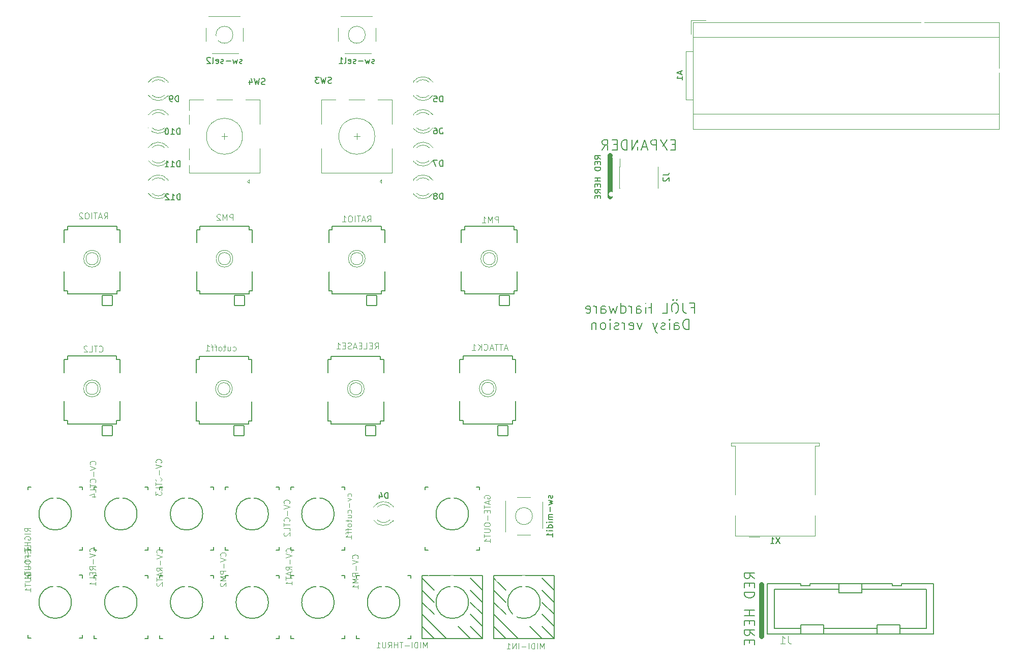
<source format=gbr>
%TF.GenerationSoftware,KiCad,Pcbnew,(6.0.10)*%
%TF.CreationDate,2023-02-08T13:20:32+00:00*%
%TF.ProjectId,fjol-daisy,666a6f6c-2d64-4616-9973-792e6b696361,rev?*%
%TF.SameCoordinates,Original*%
%TF.FileFunction,Legend,Bot*%
%TF.FilePolarity,Positive*%
%FSLAX46Y46*%
G04 Gerber Fmt 4.6, Leading zero omitted, Abs format (unit mm)*
G04 Created by KiCad (PCBNEW (6.0.10)) date 2023-02-08 13:20:32*
%MOMM*%
%LPD*%
G01*
G04 APERTURE LIST*
G04 Aperture macros list*
%AMRoundRect*
0 Rectangle with rounded corners*
0 $1 Rounding radius*
0 $2 $3 $4 $5 $6 $7 $8 $9 X,Y pos of 4 corners*
0 Add a 4 corners polygon primitive as box body*
4,1,4,$2,$3,$4,$5,$6,$7,$8,$9,$2,$3,0*
0 Add four circle primitives for the rounded corners*
1,1,$1+$1,$2,$3*
1,1,$1+$1,$4,$5*
1,1,$1+$1,$6,$7*
1,1,$1+$1,$8,$9*
0 Add four rect primitives between the rounded corners*
20,1,$1+$1,$2,$3,$4,$5,0*
20,1,$1+$1,$4,$5,$6,$7,0*
20,1,$1+$1,$6,$7,$8,$9,0*
20,1,$1+$1,$8,$9,$2,$3,0*%
G04 Aperture macros list end*
%ADD10C,0.812800*%
%ADD11C,0.142240*%
%ADD12C,0.077216*%
%ADD13C,0.150000*%
%ADD14C,0.081076*%
%ADD15C,0.101600*%
%ADD16C,0.127000*%
%ADD17C,0.120000*%
%ADD18C,0.203200*%
%ADD19C,0.050800*%
%ADD20C,1.853200*%
%ADD21R,0.740000X2.400000*%
%ADD22RoundRect,0.101600X-0.825000X0.825000X-0.825000X-0.825000X0.825000X-0.825000X0.825000X0.825000X0*%
%ADD23C,2.997200*%
%ADD24R,1.700000X1.700000*%
%ADD25C,1.700000*%
%ADD26C,1.422400*%
%ADD27R,2.000000X2.000000*%
%ADD28C,2.000000*%
%ADD29R,2.000000X3.200000*%
%ADD30R,1.800000X1.800000*%
%ADD31C,1.800000*%
%ADD32R,1.600000X1.500000*%
%ADD33C,1.600000*%
%ADD34C,3.000000*%
%ADD35C,0.800000*%
G04 APERTURE END LIST*
D10*
X190550000Y-78000000D02*
X190562500Y-84843000D01*
X215775000Y-149425000D02*
X215775000Y-158061000D01*
D11*
X204043938Y-103302649D02*
X204606971Y-103302649D01*
X204606971Y-104187415D02*
X204606971Y-102498315D01*
X203802638Y-102498315D01*
X202676571Y-102498315D02*
X202676571Y-103704815D01*
X202757004Y-103946115D01*
X202917871Y-104106982D01*
X203159171Y-104187415D01*
X203320038Y-104187415D01*
X201550504Y-102498315D02*
X201228771Y-102498315D01*
X201067904Y-102578749D01*
X200907038Y-102739615D01*
X200826604Y-103061349D01*
X200826604Y-103624382D01*
X200907038Y-103946115D01*
X201067904Y-104106982D01*
X201228771Y-104187415D01*
X201550504Y-104187415D01*
X201711371Y-104106982D01*
X201872238Y-103946115D01*
X201952671Y-103624382D01*
X201952671Y-103061349D01*
X201872238Y-102739615D01*
X201711371Y-102578749D01*
X201550504Y-102498315D01*
X201711371Y-101935282D02*
X201630938Y-102015715D01*
X201711371Y-102096149D01*
X201791804Y-102015715D01*
X201711371Y-101935282D01*
X201711371Y-102096149D01*
X201067904Y-101935282D02*
X200987471Y-102015715D01*
X201067904Y-102096149D01*
X201148338Y-102015715D01*
X201067904Y-101935282D01*
X201067904Y-102096149D01*
X199298371Y-104187415D02*
X200102704Y-104187415D01*
X200102704Y-102498315D01*
X197448404Y-104187415D02*
X197448404Y-102498315D01*
X197448404Y-103302649D02*
X196483204Y-103302649D01*
X196483204Y-104187415D02*
X196483204Y-102498315D01*
X194954971Y-104187415D02*
X194954971Y-103302649D01*
X195035404Y-103141782D01*
X195196271Y-103061349D01*
X195518004Y-103061349D01*
X195678871Y-103141782D01*
X194954971Y-104106982D02*
X195115838Y-104187415D01*
X195518004Y-104187415D01*
X195678871Y-104106982D01*
X195759304Y-103946115D01*
X195759304Y-103785249D01*
X195678871Y-103624382D01*
X195518004Y-103543949D01*
X195115838Y-103543949D01*
X194954971Y-103463515D01*
X194150638Y-104187415D02*
X194150638Y-103061349D01*
X194150638Y-103383082D02*
X194070204Y-103222215D01*
X193989771Y-103141782D01*
X193828904Y-103061349D01*
X193668038Y-103061349D01*
X192381104Y-104187415D02*
X192381104Y-102498315D01*
X192381104Y-104106982D02*
X192541971Y-104187415D01*
X192863704Y-104187415D01*
X193024571Y-104106982D01*
X193105004Y-104026549D01*
X193185438Y-103865682D01*
X193185438Y-103383082D01*
X193105004Y-103222215D01*
X193024571Y-103141782D01*
X192863704Y-103061349D01*
X192541971Y-103061349D01*
X192381104Y-103141782D01*
X191737638Y-103061349D02*
X191415904Y-104187415D01*
X191094171Y-103383082D01*
X190772438Y-104187415D01*
X190450704Y-103061349D01*
X189083338Y-104187415D02*
X189083338Y-103302649D01*
X189163771Y-103141782D01*
X189324638Y-103061349D01*
X189646371Y-103061349D01*
X189807238Y-103141782D01*
X189083338Y-104106982D02*
X189244204Y-104187415D01*
X189646371Y-104187415D01*
X189807238Y-104106982D01*
X189887671Y-103946115D01*
X189887671Y-103785249D01*
X189807238Y-103624382D01*
X189646371Y-103543949D01*
X189244204Y-103543949D01*
X189083338Y-103463515D01*
X188279004Y-104187415D02*
X188279004Y-103061349D01*
X188279004Y-103383082D02*
X188198571Y-103222215D01*
X188118138Y-103141782D01*
X187957271Y-103061349D01*
X187796404Y-103061349D01*
X186589904Y-104106982D02*
X186750771Y-104187415D01*
X187072504Y-104187415D01*
X187233371Y-104106982D01*
X187313804Y-103946115D01*
X187313804Y-103302649D01*
X187233371Y-103141782D01*
X187072504Y-103061349D01*
X186750771Y-103061349D01*
X186589904Y-103141782D01*
X186509471Y-103302649D01*
X186509471Y-103463515D01*
X187313804Y-103624382D01*
X203681988Y-106906866D02*
X203681988Y-105217766D01*
X203279821Y-105217766D01*
X203038521Y-105298200D01*
X202877654Y-105459066D01*
X202797221Y-105619933D01*
X202716788Y-105941666D01*
X202716788Y-106182966D01*
X202797221Y-106504700D01*
X202877654Y-106665566D01*
X203038521Y-106826433D01*
X203279821Y-106906866D01*
X203681988Y-106906866D01*
X201268988Y-106906866D02*
X201268988Y-106022100D01*
X201349421Y-105861233D01*
X201510288Y-105780800D01*
X201832021Y-105780800D01*
X201992888Y-105861233D01*
X201268988Y-106826433D02*
X201429854Y-106906866D01*
X201832021Y-106906866D01*
X201992888Y-106826433D01*
X202073321Y-106665566D01*
X202073321Y-106504700D01*
X201992888Y-106343833D01*
X201832021Y-106263400D01*
X201429854Y-106263400D01*
X201268988Y-106182966D01*
X200464654Y-106906866D02*
X200464654Y-105780800D01*
X200464654Y-105217766D02*
X200545088Y-105298200D01*
X200464654Y-105378633D01*
X200384221Y-105298200D01*
X200464654Y-105217766D01*
X200464654Y-105378633D01*
X199740754Y-106826433D02*
X199579888Y-106906866D01*
X199258154Y-106906866D01*
X199097288Y-106826433D01*
X199016854Y-106665566D01*
X199016854Y-106585133D01*
X199097288Y-106424266D01*
X199258154Y-106343833D01*
X199499454Y-106343833D01*
X199660321Y-106263400D01*
X199740754Y-106102533D01*
X199740754Y-106022100D01*
X199660321Y-105861233D01*
X199499454Y-105780800D01*
X199258154Y-105780800D01*
X199097288Y-105861233D01*
X198453821Y-105780800D02*
X198051654Y-106906866D01*
X197649488Y-105780800D02*
X198051654Y-106906866D01*
X198212521Y-107309033D01*
X198292954Y-107389466D01*
X198453821Y-107469900D01*
X195879954Y-105780800D02*
X195477788Y-106906866D01*
X195075621Y-105780800D01*
X193788688Y-106826433D02*
X193949554Y-106906866D01*
X194271288Y-106906866D01*
X194432154Y-106826433D01*
X194512588Y-106665566D01*
X194512588Y-106022100D01*
X194432154Y-105861233D01*
X194271288Y-105780800D01*
X193949554Y-105780800D01*
X193788688Y-105861233D01*
X193708254Y-106022100D01*
X193708254Y-106182966D01*
X194512588Y-106343833D01*
X192984354Y-106906866D02*
X192984354Y-105780800D01*
X192984354Y-106102533D02*
X192903921Y-105941666D01*
X192823488Y-105861233D01*
X192662621Y-105780800D01*
X192501754Y-105780800D01*
X192019154Y-106826433D02*
X191858288Y-106906866D01*
X191536554Y-106906866D01*
X191375688Y-106826433D01*
X191295254Y-106665566D01*
X191295254Y-106585133D01*
X191375688Y-106424266D01*
X191536554Y-106343833D01*
X191777854Y-106343833D01*
X191938721Y-106263400D01*
X192019154Y-106102533D01*
X192019154Y-106022100D01*
X191938721Y-105861233D01*
X191777854Y-105780800D01*
X191536554Y-105780800D01*
X191375688Y-105861233D01*
X190571354Y-106906866D02*
X190571354Y-105780800D01*
X190571354Y-105217766D02*
X190651788Y-105298200D01*
X190571354Y-105378633D01*
X190490921Y-105298200D01*
X190571354Y-105217766D01*
X190571354Y-105378633D01*
X189525721Y-106906866D02*
X189686588Y-106826433D01*
X189767021Y-106746000D01*
X189847454Y-106585133D01*
X189847454Y-106102533D01*
X189767021Y-105941666D01*
X189686588Y-105861233D01*
X189525721Y-105780800D01*
X189284421Y-105780800D01*
X189123554Y-105861233D01*
X189043121Y-105941666D01*
X188962688Y-106102533D01*
X188962688Y-106585133D01*
X189043121Y-106746000D01*
X189123554Y-106826433D01*
X189284421Y-106906866D01*
X189525721Y-106906866D01*
X188238788Y-105780800D02*
X188238788Y-106906866D01*
X188238788Y-105941666D02*
X188158354Y-105861233D01*
X187997488Y-105780800D01*
X187756188Y-105780800D01*
X187595321Y-105861233D01*
X187514888Y-106022100D01*
X187514888Y-106906866D01*
X189002380Y-78568258D02*
X188526190Y-78234924D01*
X189002380Y-77996829D02*
X188002380Y-77996829D01*
X188002380Y-78377782D01*
X188050000Y-78473020D01*
X188097619Y-78520639D01*
X188192857Y-78568258D01*
X188335714Y-78568258D01*
X188430952Y-78520639D01*
X188478571Y-78473020D01*
X188526190Y-78377782D01*
X188526190Y-77996829D01*
X188478571Y-78996829D02*
X188478571Y-79330163D01*
X189002380Y-79473020D02*
X189002380Y-78996829D01*
X188002380Y-78996829D01*
X188002380Y-79473020D01*
X189002380Y-79901591D02*
X188002380Y-79901591D01*
X188002380Y-80139686D01*
X188050000Y-80282544D01*
X188145238Y-80377782D01*
X188240476Y-80425401D01*
X188430952Y-80473020D01*
X188573809Y-80473020D01*
X188764285Y-80425401D01*
X188859523Y-80377782D01*
X188954761Y-80282544D01*
X189002380Y-80139686D01*
X189002380Y-79901591D01*
X189002380Y-81663496D02*
X188002380Y-81663496D01*
X188478571Y-81663496D02*
X188478571Y-82234924D01*
X189002380Y-82234924D02*
X188002380Y-82234924D01*
X188478571Y-82711115D02*
X188478571Y-83044448D01*
X189002380Y-83187305D02*
X189002380Y-82711115D01*
X188002380Y-82711115D01*
X188002380Y-83187305D01*
X189002380Y-84187305D02*
X188526190Y-83853972D01*
X189002380Y-83615877D02*
X188002380Y-83615877D01*
X188002380Y-83996829D01*
X188050000Y-84092067D01*
X188097619Y-84139686D01*
X188192857Y-84187305D01*
X188335714Y-84187305D01*
X188430952Y-84139686D01*
X188478571Y-84092067D01*
X188526190Y-83996829D01*
X188526190Y-83615877D01*
X188478571Y-84615877D02*
X188478571Y-84949210D01*
X189002380Y-85092067D02*
X189002380Y-84615877D01*
X188002380Y-84615877D01*
X188002380Y-85092067D01*
X214640466Y-148405444D02*
X213836133Y-147842410D01*
X214640466Y-147440244D02*
X212951366Y-147440244D01*
X212951366Y-148083710D01*
X213031800Y-148244577D01*
X213112233Y-148325010D01*
X213273100Y-148405444D01*
X213514400Y-148405444D01*
X213675266Y-148325010D01*
X213755700Y-148244577D01*
X213836133Y-148083710D01*
X213836133Y-147440244D01*
X213755700Y-149129344D02*
X213755700Y-149692377D01*
X214640466Y-149933677D02*
X214640466Y-149129344D01*
X212951366Y-149129344D01*
X212951366Y-149933677D01*
X214640466Y-150657577D02*
X212951366Y-150657577D01*
X212951366Y-151059744D01*
X213031800Y-151301044D01*
X213192666Y-151461910D01*
X213353533Y-151542344D01*
X213675266Y-151622777D01*
X213916566Y-151622777D01*
X214238300Y-151542344D01*
X214399166Y-151461910D01*
X214560033Y-151301044D01*
X214640466Y-151059744D01*
X214640466Y-150657577D01*
X214640466Y-153633610D02*
X212951366Y-153633610D01*
X213755700Y-153633610D02*
X213755700Y-154598810D01*
X214640466Y-154598810D02*
X212951366Y-154598810D01*
X213755700Y-155403144D02*
X213755700Y-155966177D01*
X214640466Y-156207477D02*
X214640466Y-155403144D01*
X212951366Y-155403144D01*
X212951366Y-156207477D01*
X214640466Y-157896577D02*
X213836133Y-157333544D01*
X214640466Y-156931377D02*
X212951366Y-156931377D01*
X212951366Y-157574844D01*
X213031800Y-157735710D01*
X213112233Y-157816144D01*
X213273100Y-157896577D01*
X213514400Y-157896577D01*
X213675266Y-157816144D01*
X213755700Y-157735710D01*
X213836133Y-157574844D01*
X213836133Y-156931377D01*
X213755700Y-158620477D02*
X213755700Y-159183510D01*
X214640466Y-159424810D02*
X214640466Y-158620477D01*
X212951366Y-158620477D01*
X212951366Y-159424810D01*
X201455377Y-76109800D02*
X200892344Y-76109800D01*
X200651044Y-76994566D02*
X201455377Y-76994566D01*
X201455377Y-75305466D01*
X200651044Y-75305466D01*
X200088010Y-75305466D02*
X198961944Y-76994566D01*
X198961944Y-75305466D02*
X200088010Y-76994566D01*
X198318477Y-76994566D02*
X198318477Y-75305466D01*
X197675010Y-75305466D01*
X197514144Y-75385900D01*
X197433710Y-75466333D01*
X197353277Y-75627200D01*
X197353277Y-75868500D01*
X197433710Y-76029366D01*
X197514144Y-76109800D01*
X197675010Y-76190233D01*
X198318477Y-76190233D01*
X196709810Y-76511966D02*
X195905477Y-76511966D01*
X196870677Y-76994566D02*
X196307644Y-75305466D01*
X195744610Y-76994566D01*
X195181577Y-76994566D02*
X195181577Y-75305466D01*
X194216377Y-76994566D01*
X194216377Y-75305466D01*
X193412044Y-76994566D02*
X193412044Y-75305466D01*
X193009877Y-75305466D01*
X192768577Y-75385900D01*
X192607710Y-75546766D01*
X192527277Y-75707633D01*
X192446844Y-76029366D01*
X192446844Y-76270666D01*
X192527277Y-76592400D01*
X192607710Y-76753266D01*
X192768577Y-76914133D01*
X193009877Y-76994566D01*
X193412044Y-76994566D01*
X191722944Y-76109800D02*
X191159910Y-76109800D01*
X190918610Y-76994566D02*
X191722944Y-76994566D01*
X191722944Y-75305466D01*
X190918610Y-75305466D01*
X189229510Y-76994566D02*
X189792544Y-76190233D01*
X190194710Y-76994566D02*
X190194710Y-75305466D01*
X189551244Y-75305466D01*
X189390377Y-75385900D01*
X189309944Y-75466333D01*
X189229510Y-75627200D01*
X189229510Y-75868500D01*
X189309944Y-76029366D01*
X189390377Y-76109800D01*
X189551244Y-76190233D01*
X190194710Y-76190233D01*
D12*
%TO.C,CV-RAT1*%
X137472634Y-143992675D02*
X137518596Y-143946713D01*
X137564558Y-143808827D01*
X137564558Y-143716903D01*
X137518596Y-143579018D01*
X137426672Y-143487094D01*
X137334748Y-143441132D01*
X137150900Y-143395170D01*
X137013015Y-143395170D01*
X136829167Y-143441132D01*
X136737243Y-143487094D01*
X136645320Y-143579018D01*
X136599358Y-143716903D01*
X136599358Y-143808827D01*
X136645320Y-143946713D01*
X136691281Y-143992675D01*
X136599358Y-144268446D02*
X137564558Y-144590180D01*
X136599358Y-144911913D01*
X137196862Y-145233646D02*
X137196862Y-145969037D01*
X137564558Y-146980199D02*
X137104939Y-146658465D01*
X137564558Y-146428656D02*
X136599358Y-146428656D01*
X136599358Y-146796351D01*
X136645320Y-146888275D01*
X136691281Y-146934237D01*
X136783205Y-146980199D01*
X136921091Y-146980199D01*
X137013015Y-146934237D01*
X137058977Y-146888275D01*
X137104939Y-146796351D01*
X137104939Y-146428656D01*
X137288786Y-147347894D02*
X137288786Y-147807513D01*
X137564558Y-147255970D02*
X136599358Y-147577703D01*
X137564558Y-147899437D01*
X136599358Y-148083284D02*
X136599358Y-148634827D01*
X137564558Y-148359056D02*
X136599358Y-148359056D01*
X137564558Y-149462141D02*
X137564558Y-148910599D01*
X137564558Y-149186370D02*
X136599358Y-149186370D01*
X136737243Y-149094446D01*
X136829167Y-149002522D01*
X136875129Y-148910599D01*
%TO.C,CV-REL1*%
X104781154Y-143950751D02*
X104827116Y-143904789D01*
X104873078Y-143766903D01*
X104873078Y-143674980D01*
X104827116Y-143537094D01*
X104735192Y-143445170D01*
X104643268Y-143399208D01*
X104459420Y-143353246D01*
X104321535Y-143353246D01*
X104137687Y-143399208D01*
X104045763Y-143445170D01*
X103953840Y-143537094D01*
X103907878Y-143674980D01*
X103907878Y-143766903D01*
X103953840Y-143904789D01*
X103999801Y-143950751D01*
X103907878Y-144226522D02*
X104873078Y-144548256D01*
X103907878Y-144869989D01*
X104505382Y-145191722D02*
X104505382Y-145927113D01*
X104873078Y-146938275D02*
X104413459Y-146616541D01*
X104873078Y-146386732D02*
X103907878Y-146386732D01*
X103907878Y-146754427D01*
X103953840Y-146846351D01*
X103999801Y-146892313D01*
X104091725Y-146938275D01*
X104229611Y-146938275D01*
X104321535Y-146892313D01*
X104367497Y-146846351D01*
X104413459Y-146754427D01*
X104413459Y-146386732D01*
X104367497Y-147351932D02*
X104367497Y-147673665D01*
X104873078Y-147811551D02*
X104873078Y-147351932D01*
X103907878Y-147351932D01*
X103907878Y-147811551D01*
X104873078Y-148684827D02*
X104873078Y-148225208D01*
X103907878Y-148225208D01*
X104873078Y-149512141D02*
X104873078Y-148960599D01*
X104873078Y-149236370D02*
X103907878Y-149236370D01*
X104045763Y-149144446D01*
X104137687Y-149052522D01*
X104183649Y-148960599D01*
%TO.C,CV-PM1*%
X148511594Y-145052294D02*
X148557556Y-145006332D01*
X148603518Y-144868446D01*
X148603518Y-144776522D01*
X148557556Y-144638637D01*
X148465632Y-144546713D01*
X148373708Y-144500751D01*
X148189860Y-144454789D01*
X148051975Y-144454789D01*
X147868127Y-144500751D01*
X147776203Y-144546713D01*
X147684280Y-144638637D01*
X147638318Y-144776522D01*
X147638318Y-144868446D01*
X147684280Y-145006332D01*
X147730241Y-145052294D01*
X147638318Y-145328065D02*
X148603518Y-145649799D01*
X147638318Y-145971532D01*
X148235822Y-146293265D02*
X148235822Y-147028656D01*
X148603518Y-147488275D02*
X147638318Y-147488275D01*
X147638318Y-147855970D01*
X147684280Y-147947894D01*
X147730241Y-147993856D01*
X147822165Y-148039818D01*
X147960051Y-148039818D01*
X148051975Y-147993856D01*
X148097937Y-147947894D01*
X148143899Y-147855970D01*
X148143899Y-147488275D01*
X148603518Y-148453475D02*
X147638318Y-148453475D01*
X148327746Y-148775208D01*
X147638318Y-149096941D01*
X148603518Y-149096941D01*
X148603518Y-150062141D02*
X148603518Y-149510599D01*
X148603518Y-149786370D02*
X147638318Y-149786370D01*
X147776203Y-149694446D01*
X147868127Y-149602522D01*
X147914089Y-149510599D01*
%TO.C,CV-RAT2*%
X115895514Y-144167675D02*
X115941476Y-144121713D01*
X115987438Y-143983827D01*
X115987438Y-143891903D01*
X115941476Y-143754018D01*
X115849552Y-143662094D01*
X115757628Y-143616132D01*
X115573780Y-143570170D01*
X115435895Y-143570170D01*
X115252047Y-143616132D01*
X115160123Y-143662094D01*
X115068200Y-143754018D01*
X115022238Y-143891903D01*
X115022238Y-143983827D01*
X115068200Y-144121713D01*
X115114161Y-144167675D01*
X115022238Y-144443446D02*
X115987438Y-144765180D01*
X115022238Y-145086913D01*
X115619742Y-145408646D02*
X115619742Y-146144037D01*
X115987438Y-147155199D02*
X115527819Y-146833465D01*
X115987438Y-146603656D02*
X115022238Y-146603656D01*
X115022238Y-146971351D01*
X115068200Y-147063275D01*
X115114161Y-147109237D01*
X115206085Y-147155199D01*
X115343971Y-147155199D01*
X115435895Y-147109237D01*
X115481857Y-147063275D01*
X115527819Y-146971351D01*
X115527819Y-146603656D01*
X115711666Y-147522894D02*
X115711666Y-147982513D01*
X115987438Y-147430970D02*
X115022238Y-147752703D01*
X115987438Y-148074437D01*
X115022238Y-148258284D02*
X115022238Y-148809827D01*
X115987438Y-148534056D02*
X115022238Y-148534056D01*
X115114161Y-149085599D02*
X115068200Y-149131561D01*
X115022238Y-149223484D01*
X115022238Y-149453294D01*
X115068200Y-149545218D01*
X115114161Y-149591180D01*
X115206085Y-149637141D01*
X115298009Y-149637141D01*
X115435895Y-149591180D01*
X115987438Y-149039637D01*
X115987438Y-149637141D01*
%TO.C,CV-PM2*%
X126509074Y-144677294D02*
X126555036Y-144631332D01*
X126600998Y-144493446D01*
X126600998Y-144401522D01*
X126555036Y-144263637D01*
X126463112Y-144171713D01*
X126371188Y-144125751D01*
X126187340Y-144079789D01*
X126049455Y-144079789D01*
X125865607Y-144125751D01*
X125773683Y-144171713D01*
X125681760Y-144263637D01*
X125635798Y-144401522D01*
X125635798Y-144493446D01*
X125681760Y-144631332D01*
X125727721Y-144677294D01*
X125635798Y-144953065D02*
X126600998Y-145274799D01*
X125635798Y-145596532D01*
X126233302Y-145918265D02*
X126233302Y-146653656D01*
X126600998Y-147113275D02*
X125635798Y-147113275D01*
X125635798Y-147480970D01*
X125681760Y-147572894D01*
X125727721Y-147618856D01*
X125819645Y-147664818D01*
X125957531Y-147664818D01*
X126049455Y-147618856D01*
X126095417Y-147572894D01*
X126141379Y-147480970D01*
X126141379Y-147113275D01*
X126600998Y-148078475D02*
X125635798Y-148078475D01*
X126325226Y-148400208D01*
X125635798Y-148721941D01*
X126600998Y-148721941D01*
X125727721Y-149135599D02*
X125681760Y-149181561D01*
X125635798Y-149273484D01*
X125635798Y-149503294D01*
X125681760Y-149595218D01*
X125727721Y-149641180D01*
X125819645Y-149687141D01*
X125911569Y-149687141D01*
X126049455Y-149641180D01*
X126600998Y-149089637D01*
X126600998Y-149687141D01*
%TO.C,LEFT-OUT1*%
X94092476Y-143360798D02*
X94092476Y-142901179D01*
X93127276Y-142901179D01*
X93586895Y-143682532D02*
X93586895Y-144004265D01*
X94092476Y-144142151D02*
X94092476Y-143682532D01*
X93127276Y-143682532D01*
X93127276Y-144142151D01*
X93586895Y-144877541D02*
X93586895Y-144555808D01*
X94092476Y-144555808D02*
X93127276Y-144555808D01*
X93127276Y-145015427D01*
X93127276Y-145245237D02*
X93127276Y-145796779D01*
X94092476Y-145521008D02*
X93127276Y-145521008D01*
X93724780Y-146118513D02*
X93724780Y-146853903D01*
X93127276Y-147497370D02*
X93127276Y-147681218D01*
X93173238Y-147773141D01*
X93265161Y-147865065D01*
X93449009Y-147911027D01*
X93770742Y-147911027D01*
X93954590Y-147865065D01*
X94046514Y-147773141D01*
X94092476Y-147681218D01*
X94092476Y-147497370D01*
X94046514Y-147405446D01*
X93954590Y-147313522D01*
X93770742Y-147267560D01*
X93449009Y-147267560D01*
X93265161Y-147313522D01*
X93173238Y-147405446D01*
X93127276Y-147497370D01*
X93127276Y-148324684D02*
X93908628Y-148324684D01*
X94000552Y-148370646D01*
X94046514Y-148416608D01*
X94092476Y-148508532D01*
X94092476Y-148692379D01*
X94046514Y-148784303D01*
X94000552Y-148830265D01*
X93908628Y-148876227D01*
X93127276Y-148876227D01*
X93127276Y-149197960D02*
X93127276Y-149749503D01*
X94092476Y-149473732D02*
X93127276Y-149473732D01*
X94092476Y-150576818D02*
X94092476Y-150025275D01*
X94092476Y-150301046D02*
X93127276Y-150301046D01*
X93265161Y-150209122D01*
X93357085Y-150117198D01*
X93403047Y-150025275D01*
%TO.C,GATE-OUT1*%
X169659800Y-135037057D02*
X169613838Y-134945133D01*
X169613838Y-134807247D01*
X169659800Y-134669361D01*
X169751723Y-134577438D01*
X169843647Y-134531476D01*
X170027495Y-134485514D01*
X170165380Y-134485514D01*
X170349228Y-134531476D01*
X170441152Y-134577438D01*
X170533076Y-134669361D01*
X170579038Y-134807247D01*
X170579038Y-134899171D01*
X170533076Y-135037057D01*
X170487114Y-135083019D01*
X170165380Y-135083019D01*
X170165380Y-134899171D01*
X170303266Y-135450714D02*
X170303266Y-135910333D01*
X170579038Y-135358790D02*
X169613838Y-135680523D01*
X170579038Y-136002257D01*
X169613838Y-136186104D02*
X169613838Y-136737647D01*
X170579038Y-136461876D02*
X169613838Y-136461876D01*
X170073457Y-137059381D02*
X170073457Y-137381114D01*
X170579038Y-137519000D02*
X170579038Y-137059381D01*
X169613838Y-137059381D01*
X169613838Y-137519000D01*
X170211342Y-137932657D02*
X170211342Y-138668047D01*
X169613838Y-139311514D02*
X169613838Y-139495361D01*
X169659800Y-139587285D01*
X169751723Y-139679209D01*
X169935571Y-139725171D01*
X170257304Y-139725171D01*
X170441152Y-139679209D01*
X170533076Y-139587285D01*
X170579038Y-139495361D01*
X170579038Y-139311514D01*
X170533076Y-139219590D01*
X170441152Y-139127666D01*
X170257304Y-139081704D01*
X169935571Y-139081704D01*
X169751723Y-139127666D01*
X169659800Y-139219590D01*
X169613838Y-139311514D01*
X169613838Y-140138828D02*
X170395190Y-140138828D01*
X170487114Y-140184790D01*
X170533076Y-140230752D01*
X170579038Y-140322676D01*
X170579038Y-140506523D01*
X170533076Y-140598447D01*
X170487114Y-140644409D01*
X170395190Y-140690371D01*
X169613838Y-140690371D01*
X169613838Y-141012104D02*
X169613838Y-141563647D01*
X170579038Y-141287876D02*
X169613838Y-141287876D01*
X170579038Y-142390961D02*
X170579038Y-141839419D01*
X170579038Y-142115190D02*
X169613838Y-142115190D01*
X169751723Y-142023266D01*
X169843647Y-141931342D01*
X169889609Y-141839419D01*
%TO.C,RIGHT-OUT1*%
X94042476Y-140543808D02*
X93582857Y-140222075D01*
X94042476Y-139992265D02*
X93077276Y-139992265D01*
X93077276Y-140359961D01*
X93123238Y-140451884D01*
X93169199Y-140497846D01*
X93261123Y-140543808D01*
X93399009Y-140543808D01*
X93490933Y-140497846D01*
X93536895Y-140451884D01*
X93582857Y-140359961D01*
X93582857Y-139992265D01*
X94042476Y-140957465D02*
X93077276Y-140957465D01*
X93123238Y-141922665D02*
X93077276Y-141830741D01*
X93077276Y-141692856D01*
X93123238Y-141554970D01*
X93215161Y-141463046D01*
X93307085Y-141417084D01*
X93490933Y-141371122D01*
X93628818Y-141371122D01*
X93812666Y-141417084D01*
X93904590Y-141463046D01*
X93996514Y-141554970D01*
X94042476Y-141692856D01*
X94042476Y-141784780D01*
X93996514Y-141922665D01*
X93950552Y-141968627D01*
X93628818Y-141968627D01*
X93628818Y-141784780D01*
X94042476Y-142382284D02*
X93077276Y-142382284D01*
X93536895Y-142382284D02*
X93536895Y-142933827D01*
X94042476Y-142933827D02*
X93077276Y-142933827D01*
X93077276Y-143255561D02*
X93077276Y-143807103D01*
X94042476Y-143531332D02*
X93077276Y-143531332D01*
X93674780Y-144128837D02*
X93674780Y-144864227D01*
X93077276Y-145507694D02*
X93077276Y-145691541D01*
X93123238Y-145783465D01*
X93215161Y-145875389D01*
X93399009Y-145921351D01*
X93720742Y-145921351D01*
X93904590Y-145875389D01*
X93996514Y-145783465D01*
X94042476Y-145691541D01*
X94042476Y-145507694D01*
X93996514Y-145415770D01*
X93904590Y-145323846D01*
X93720742Y-145277884D01*
X93399009Y-145277884D01*
X93215161Y-145323846D01*
X93123238Y-145415770D01*
X93077276Y-145507694D01*
X93077276Y-146335008D02*
X93858628Y-146335008D01*
X93950552Y-146380970D01*
X93996514Y-146426932D01*
X94042476Y-146518856D01*
X94042476Y-146702703D01*
X93996514Y-146794627D01*
X93950552Y-146840589D01*
X93858628Y-146886551D01*
X93077276Y-146886551D01*
X93077276Y-147208284D02*
X93077276Y-147759827D01*
X94042476Y-147484056D02*
X93077276Y-147484056D01*
X94042476Y-148587141D02*
X94042476Y-148035599D01*
X94042476Y-148311370D02*
X93077276Y-148311370D01*
X93215161Y-148219446D01*
X93307085Y-148127522D01*
X93353047Y-148035599D01*
%TO.C,CV-CTL2*%
X137112114Y-135892457D02*
X137158076Y-135846495D01*
X137204038Y-135708609D01*
X137204038Y-135616685D01*
X137158076Y-135478800D01*
X137066152Y-135386876D01*
X136974228Y-135340914D01*
X136790380Y-135294952D01*
X136652495Y-135294952D01*
X136468647Y-135340914D01*
X136376723Y-135386876D01*
X136284800Y-135478800D01*
X136238838Y-135616685D01*
X136238838Y-135708609D01*
X136284800Y-135846495D01*
X136330761Y-135892457D01*
X136238838Y-136168228D02*
X137204038Y-136489961D01*
X136238838Y-136811695D01*
X136836342Y-137133428D02*
X136836342Y-137868819D01*
X137112114Y-138879981D02*
X137158076Y-138834019D01*
X137204038Y-138696133D01*
X137204038Y-138604209D01*
X137158076Y-138466323D01*
X137066152Y-138374400D01*
X136974228Y-138328438D01*
X136790380Y-138282476D01*
X136652495Y-138282476D01*
X136468647Y-138328438D01*
X136376723Y-138374400D01*
X136284800Y-138466323D01*
X136238838Y-138604209D01*
X136238838Y-138696133D01*
X136284800Y-138834019D01*
X136330761Y-138879981D01*
X136238838Y-139155752D02*
X136238838Y-139707295D01*
X137204038Y-139431523D02*
X136238838Y-139431523D01*
X137204038Y-140488647D02*
X137204038Y-140029028D01*
X136238838Y-140029028D01*
X136330761Y-140764419D02*
X136284800Y-140810381D01*
X136238838Y-140902304D01*
X136238838Y-141132114D01*
X136284800Y-141224038D01*
X136330761Y-141270000D01*
X136422685Y-141315961D01*
X136514609Y-141315961D01*
X136652495Y-141270000D01*
X137204038Y-140718457D01*
X137204038Y-141315961D01*
%TO.C,cv-cutoff1*%
X147458076Y-134687828D02*
X147504038Y-134595904D01*
X147504038Y-134412057D01*
X147458076Y-134320133D01*
X147412114Y-134274171D01*
X147320190Y-134228209D01*
X147044419Y-134228209D01*
X146952495Y-134274171D01*
X146906533Y-134320133D01*
X146860571Y-134412057D01*
X146860571Y-134595904D01*
X146906533Y-134687828D01*
X146860571Y-135009561D02*
X147504038Y-135239371D01*
X146860571Y-135469181D01*
X147136342Y-135836876D02*
X147136342Y-136572266D01*
X147458076Y-137445542D02*
X147504038Y-137353619D01*
X147504038Y-137169771D01*
X147458076Y-137077847D01*
X147412114Y-137031885D01*
X147320190Y-136985923D01*
X147044419Y-136985923D01*
X146952495Y-137031885D01*
X146906533Y-137077847D01*
X146860571Y-137169771D01*
X146860571Y-137353619D01*
X146906533Y-137445542D01*
X146860571Y-138272857D02*
X147504038Y-138272857D01*
X146860571Y-137859200D02*
X147366152Y-137859200D01*
X147458076Y-137905161D01*
X147504038Y-137997085D01*
X147504038Y-138134971D01*
X147458076Y-138226895D01*
X147412114Y-138272857D01*
X146860571Y-138594590D02*
X146860571Y-138962285D01*
X146538838Y-138732476D02*
X147366152Y-138732476D01*
X147458076Y-138778438D01*
X147504038Y-138870361D01*
X147504038Y-138962285D01*
X147504038Y-139421904D02*
X147458076Y-139329981D01*
X147412114Y-139284019D01*
X147320190Y-139238057D01*
X147044419Y-139238057D01*
X146952495Y-139284019D01*
X146906533Y-139329981D01*
X146860571Y-139421904D01*
X146860571Y-139559790D01*
X146906533Y-139651714D01*
X146952495Y-139697676D01*
X147044419Y-139743638D01*
X147320190Y-139743638D01*
X147412114Y-139697676D01*
X147458076Y-139651714D01*
X147504038Y-139559790D01*
X147504038Y-139421904D01*
X146860571Y-140019409D02*
X146860571Y-140387104D01*
X147504038Y-140157295D02*
X146676723Y-140157295D01*
X146584800Y-140203257D01*
X146538838Y-140295181D01*
X146538838Y-140387104D01*
X146860571Y-140570952D02*
X146860571Y-140938647D01*
X147504038Y-140708838D02*
X146676723Y-140708838D01*
X146584800Y-140754800D01*
X146538838Y-140846723D01*
X146538838Y-140938647D01*
X147504038Y-141765961D02*
X147504038Y-141214419D01*
X147504038Y-141490190D02*
X146538838Y-141490190D01*
X146676723Y-141398266D01*
X146768647Y-141306342D01*
X146814609Y-141214419D01*
D13*
%TO.C,J2*%
X199377380Y-81216666D02*
X200091666Y-81216666D01*
X200234523Y-81169047D01*
X200329761Y-81073809D01*
X200377380Y-80930952D01*
X200377380Y-80835714D01*
X199472619Y-81645238D02*
X199425000Y-81692857D01*
X199377380Y-81788095D01*
X199377380Y-82026190D01*
X199425000Y-82121428D01*
X199472619Y-82169047D01*
X199567857Y-82216666D01*
X199663095Y-82216666D01*
X199805952Y-82169047D01*
X200377380Y-81597619D01*
X200377380Y-82216666D01*
D14*
%TO.C,ATTACK1*%
X173470598Y-110059460D02*
X172987998Y-110059460D01*
X173567118Y-110349020D02*
X173229298Y-109335560D01*
X172891478Y-110349020D01*
X172698438Y-109335560D02*
X172119318Y-109335560D01*
X172408878Y-110349020D02*
X172408878Y-109335560D01*
X171926278Y-109335560D02*
X171347158Y-109335560D01*
X171636718Y-110349020D02*
X171636718Y-109335560D01*
X171057598Y-110059460D02*
X170574998Y-110059460D01*
X171154118Y-110349020D02*
X170816298Y-109335560D01*
X170478478Y-110349020D01*
X169561538Y-110252500D02*
X169609798Y-110300760D01*
X169754578Y-110349020D01*
X169851098Y-110349020D01*
X169995878Y-110300760D01*
X170092398Y-110204240D01*
X170140658Y-110107720D01*
X170188918Y-109914680D01*
X170188918Y-109769900D01*
X170140658Y-109576860D01*
X170092398Y-109480340D01*
X169995878Y-109383820D01*
X169851098Y-109335560D01*
X169754578Y-109335560D01*
X169609798Y-109383820D01*
X169561538Y-109432080D01*
X169127198Y-110349020D02*
X169127198Y-109335560D01*
X168548078Y-110349020D02*
X168982418Y-109769900D01*
X168548078Y-109335560D02*
X169127198Y-109914680D01*
X167582878Y-110349020D02*
X168161998Y-110349020D01*
X167872438Y-110349020D02*
X167872438Y-109335560D01*
X167968958Y-109480340D01*
X168065478Y-109576860D01*
X168161998Y-109625120D01*
%TO.C,cutoff1*%
X127775998Y-110427760D02*
X127872518Y-110476020D01*
X128065558Y-110476020D01*
X128162078Y-110427760D01*
X128210338Y-110379500D01*
X128258598Y-110282980D01*
X128258598Y-109993420D01*
X128210338Y-109896900D01*
X128162078Y-109848640D01*
X128065558Y-109800380D01*
X127872518Y-109800380D01*
X127775998Y-109848640D01*
X126907318Y-109800380D02*
X126907318Y-110476020D01*
X127341658Y-109800380D02*
X127341658Y-110331240D01*
X127293398Y-110427760D01*
X127196878Y-110476020D01*
X127052098Y-110476020D01*
X126955578Y-110427760D01*
X126907318Y-110379500D01*
X126569498Y-109800380D02*
X126183418Y-109800380D01*
X126424718Y-109462560D02*
X126424718Y-110331240D01*
X126376458Y-110427760D01*
X126279938Y-110476020D01*
X126183418Y-110476020D01*
X125700818Y-110476020D02*
X125797338Y-110427760D01*
X125845598Y-110379500D01*
X125893858Y-110282980D01*
X125893858Y-109993420D01*
X125845598Y-109896900D01*
X125797338Y-109848640D01*
X125700818Y-109800380D01*
X125556038Y-109800380D01*
X125459518Y-109848640D01*
X125411258Y-109896900D01*
X125362998Y-109993420D01*
X125362998Y-110282980D01*
X125411258Y-110379500D01*
X125459518Y-110427760D01*
X125556038Y-110476020D01*
X125700818Y-110476020D01*
X125073438Y-109800380D02*
X124687358Y-109800380D01*
X124928658Y-110476020D02*
X124928658Y-109607340D01*
X124880398Y-109510820D01*
X124783878Y-109462560D01*
X124687358Y-109462560D01*
X124494318Y-109800380D02*
X124108238Y-109800380D01*
X124349538Y-110476020D02*
X124349538Y-109607340D01*
X124301278Y-109510820D01*
X124204758Y-109462560D01*
X124108238Y-109462560D01*
X123239558Y-110476020D02*
X123818678Y-110476020D01*
X123529118Y-110476020D02*
X123529118Y-109462560D01*
X123625638Y-109607340D01*
X123722158Y-109703860D01*
X123818678Y-109752120D01*
%TO.C,RELEASE1*%
X151380218Y-110158520D02*
X151718038Y-109675920D01*
X151959338Y-110158520D02*
X151959338Y-109145060D01*
X151573258Y-109145060D01*
X151476738Y-109193320D01*
X151428478Y-109241580D01*
X151380218Y-109338100D01*
X151380218Y-109482880D01*
X151428478Y-109579400D01*
X151476738Y-109627660D01*
X151573258Y-109675920D01*
X151959338Y-109675920D01*
X150945878Y-109627660D02*
X150608058Y-109627660D01*
X150463278Y-110158520D02*
X150945878Y-110158520D01*
X150945878Y-109145060D01*
X150463278Y-109145060D01*
X149546338Y-110158520D02*
X150028938Y-110158520D01*
X150028938Y-109145060D01*
X149208518Y-109627660D02*
X148870698Y-109627660D01*
X148725918Y-110158520D02*
X149208518Y-110158520D01*
X149208518Y-109145060D01*
X148725918Y-109145060D01*
X148339838Y-109868960D02*
X147857238Y-109868960D01*
X148436358Y-110158520D02*
X148098538Y-109145060D01*
X147760718Y-110158520D01*
X147471158Y-110110260D02*
X147326378Y-110158520D01*
X147085078Y-110158520D01*
X146988558Y-110110260D01*
X146940298Y-110062000D01*
X146892038Y-109965480D01*
X146892038Y-109868960D01*
X146940298Y-109772440D01*
X146988558Y-109724180D01*
X147085078Y-109675920D01*
X147278118Y-109627660D01*
X147374638Y-109579400D01*
X147422898Y-109531140D01*
X147471158Y-109434620D01*
X147471158Y-109338100D01*
X147422898Y-109241580D01*
X147374638Y-109193320D01*
X147278118Y-109145060D01*
X147036818Y-109145060D01*
X146892038Y-109193320D01*
X146457698Y-109627660D02*
X146119878Y-109627660D01*
X145975098Y-110158520D02*
X146457698Y-110158520D01*
X146457698Y-109145060D01*
X145975098Y-109145060D01*
X145009898Y-110158520D02*
X145589018Y-110158520D01*
X145299458Y-110158520D02*
X145299458Y-109145060D01*
X145395978Y-109289840D01*
X145492498Y-109386360D01*
X145589018Y-109434620D01*
D13*
%TO.C,sw-midi1*%
X180928323Y-134567608D02*
X180975942Y-134662846D01*
X180975942Y-134853322D01*
X180928323Y-134948560D01*
X180833085Y-134996180D01*
X180785466Y-134996180D01*
X180690228Y-134948560D01*
X180642609Y-134853322D01*
X180642609Y-134710465D01*
X180594990Y-134615227D01*
X180499752Y-134567608D01*
X180452133Y-134567608D01*
X180356895Y-134615227D01*
X180309276Y-134710465D01*
X180309276Y-134853322D01*
X180356895Y-134948560D01*
X180309276Y-135329513D02*
X180975942Y-135519989D01*
X180499752Y-135710465D01*
X180975942Y-135900941D01*
X180309276Y-136091418D01*
X180594990Y-136472370D02*
X180594990Y-137234275D01*
X180975942Y-137710465D02*
X180309276Y-137710465D01*
X180404514Y-137710465D02*
X180356895Y-137758084D01*
X180309276Y-137853322D01*
X180309276Y-137996180D01*
X180356895Y-138091418D01*
X180452133Y-138139037D01*
X180975942Y-138139037D01*
X180452133Y-138139037D02*
X180356895Y-138186656D01*
X180309276Y-138281894D01*
X180309276Y-138424751D01*
X180356895Y-138519989D01*
X180452133Y-138567608D01*
X180975942Y-138567608D01*
X180975942Y-139043799D02*
X180309276Y-139043799D01*
X179975942Y-139043799D02*
X180023562Y-138996180D01*
X180071181Y-139043799D01*
X180023562Y-139091418D01*
X179975942Y-139043799D01*
X180071181Y-139043799D01*
X180975942Y-139948560D02*
X179975942Y-139948560D01*
X180928323Y-139948560D02*
X180975942Y-139853322D01*
X180975942Y-139662846D01*
X180928323Y-139567608D01*
X180880704Y-139519989D01*
X180785466Y-139472370D01*
X180499752Y-139472370D01*
X180404514Y-139519989D01*
X180356895Y-139567608D01*
X180309276Y-139662846D01*
X180309276Y-139853322D01*
X180356895Y-139948560D01*
X180975942Y-140424751D02*
X180309276Y-140424751D01*
X179975942Y-140424751D02*
X180023562Y-140377132D01*
X180071181Y-140424751D01*
X180023562Y-140472370D01*
X179975942Y-140424751D01*
X180071181Y-140424751D01*
X180975942Y-141424751D02*
X180975942Y-140853322D01*
X180975942Y-141139037D02*
X179975942Y-141139037D01*
X180118800Y-141043799D01*
X180214038Y-140948560D01*
X180261657Y-140853322D01*
D14*
%TO.C,CTL2*%
X105469718Y-110570000D02*
X105517978Y-110618260D01*
X105662758Y-110666520D01*
X105759278Y-110666520D01*
X105904058Y-110618260D01*
X106000578Y-110521740D01*
X106048838Y-110425220D01*
X106097098Y-110232180D01*
X106097098Y-110087400D01*
X106048838Y-109894360D01*
X106000578Y-109797840D01*
X105904058Y-109701320D01*
X105759278Y-109653060D01*
X105662758Y-109653060D01*
X105517978Y-109701320D01*
X105469718Y-109749580D01*
X105180158Y-109653060D02*
X104601038Y-109653060D01*
X104890598Y-110666520D02*
X104890598Y-109653060D01*
X103780618Y-110666520D02*
X104263218Y-110666520D01*
X104263218Y-109653060D01*
X103491058Y-109749580D02*
X103442798Y-109701320D01*
X103346278Y-109653060D01*
X103104978Y-109653060D01*
X103008458Y-109701320D01*
X102960198Y-109749580D01*
X102911938Y-109846100D01*
X102911938Y-109942620D01*
X102960198Y-110087400D01*
X103539318Y-110666520D01*
X102911938Y-110666520D01*
D12*
%TO.C,MIDI-IN1*%
X179536133Y-160122618D02*
X179536133Y-159157418D01*
X179214399Y-159846846D01*
X178892666Y-159157418D01*
X178892666Y-160122618D01*
X178433047Y-160122618D02*
X178433047Y-159157418D01*
X177973428Y-160122618D02*
X177973428Y-159157418D01*
X177743618Y-159157418D01*
X177605733Y-159203380D01*
X177513809Y-159295303D01*
X177467847Y-159387227D01*
X177421885Y-159571075D01*
X177421885Y-159708960D01*
X177467847Y-159892808D01*
X177513809Y-159984732D01*
X177605733Y-160076656D01*
X177743618Y-160122618D01*
X177973428Y-160122618D01*
X177008228Y-160122618D02*
X177008228Y-159157418D01*
X176548609Y-159754922D02*
X175813218Y-159754922D01*
X175353599Y-160122618D02*
X175353599Y-159157418D01*
X174893980Y-160122618D02*
X174893980Y-159157418D01*
X174342438Y-160122618D01*
X174342438Y-159157418D01*
X173377238Y-160122618D02*
X173928780Y-160122618D01*
X173653009Y-160122618D02*
X173653009Y-159157418D01*
X173744933Y-159295303D01*
X173836857Y-159387227D01*
X173928780Y-159433189D01*
%TO.C,MIDI-THRU1*%
X160087840Y-159944818D02*
X160087840Y-158979618D01*
X159766106Y-159669046D01*
X159444373Y-158979618D01*
X159444373Y-159944818D01*
X158984754Y-159944818D02*
X158984754Y-158979618D01*
X158525135Y-159944818D02*
X158525135Y-158979618D01*
X158295325Y-158979618D01*
X158157440Y-159025580D01*
X158065516Y-159117503D01*
X158019554Y-159209427D01*
X157973592Y-159393275D01*
X157973592Y-159531160D01*
X158019554Y-159715008D01*
X158065516Y-159806932D01*
X158157440Y-159898856D01*
X158295325Y-159944818D01*
X158525135Y-159944818D01*
X157559935Y-159944818D02*
X157559935Y-158979618D01*
X157100316Y-159577122D02*
X156364925Y-159577122D01*
X156043192Y-158979618D02*
X155491649Y-158979618D01*
X155767421Y-159944818D02*
X155767421Y-158979618D01*
X155169916Y-159944818D02*
X155169916Y-158979618D01*
X155169916Y-159439237D02*
X154618373Y-159439237D01*
X154618373Y-159944818D02*
X154618373Y-158979618D01*
X153607211Y-159944818D02*
X153928944Y-159485199D01*
X154158754Y-159944818D02*
X154158754Y-158979618D01*
X153791059Y-158979618D01*
X153699135Y-159025580D01*
X153653173Y-159071541D01*
X153607211Y-159163465D01*
X153607211Y-159301351D01*
X153653173Y-159393275D01*
X153699135Y-159439237D01*
X153791059Y-159485199D01*
X154158754Y-159485199D01*
X153193554Y-158979618D02*
X153193554Y-159760970D01*
X153147592Y-159852894D01*
X153101630Y-159898856D01*
X153009706Y-159944818D01*
X152825859Y-159944818D01*
X152733935Y-159898856D01*
X152687973Y-159852894D01*
X152642011Y-159760970D01*
X152642011Y-158979618D01*
X151676811Y-159944818D02*
X152228354Y-159944818D01*
X151952582Y-159944818D02*
X151952582Y-158979618D01*
X152044506Y-159117503D01*
X152136430Y-159209427D01*
X152228354Y-159255389D01*
D15*
%TO.C,J1*%
X220216737Y-157978323D02*
X220216737Y-158885466D01*
X220277213Y-159066895D01*
X220398165Y-159187847D01*
X220579594Y-159248323D01*
X220700546Y-159248323D01*
X218946737Y-159248323D02*
X219672451Y-159248323D01*
X219309594Y-159248323D02*
X219309594Y-157978323D01*
X219430546Y-158159752D01*
X219551499Y-158280704D01*
X219672451Y-158341180D01*
D13*
%TO.C,sw-sel2*%
X129281943Y-62550941D02*
X129186705Y-62598560D01*
X128996229Y-62598560D01*
X128900991Y-62550941D01*
X128853372Y-62455703D01*
X128853372Y-62408084D01*
X128900991Y-62312846D01*
X128996229Y-62265227D01*
X129139086Y-62265227D01*
X129234324Y-62217608D01*
X129281943Y-62122370D01*
X129281943Y-62074751D01*
X129234324Y-61979513D01*
X129139086Y-61931894D01*
X128996229Y-61931894D01*
X128900991Y-61979513D01*
X128520038Y-61931894D02*
X128329562Y-62598560D01*
X128139086Y-62122370D01*
X127948610Y-62598560D01*
X127758133Y-61931894D01*
X127377181Y-62217608D02*
X126615276Y-62217608D01*
X126186705Y-62550941D02*
X126091467Y-62598560D01*
X125900991Y-62598560D01*
X125805752Y-62550941D01*
X125758133Y-62455703D01*
X125758133Y-62408084D01*
X125805752Y-62312846D01*
X125900991Y-62265227D01*
X126043848Y-62265227D01*
X126139086Y-62217608D01*
X126186705Y-62122370D01*
X126186705Y-62074751D01*
X126139086Y-61979513D01*
X126043848Y-61931894D01*
X125900991Y-61931894D01*
X125805752Y-61979513D01*
X124948610Y-62550941D02*
X125043848Y-62598560D01*
X125234324Y-62598560D01*
X125329562Y-62550941D01*
X125377181Y-62455703D01*
X125377181Y-62074751D01*
X125329562Y-61979513D01*
X125234324Y-61931894D01*
X125043848Y-61931894D01*
X124948610Y-61979513D01*
X124900991Y-62074751D01*
X124900991Y-62169989D01*
X125377181Y-62265227D01*
X124329562Y-62598560D02*
X124424800Y-62550941D01*
X124472419Y-62455703D01*
X124472419Y-61598560D01*
X123996229Y-61693799D02*
X123948610Y-61646180D01*
X123853372Y-61598560D01*
X123615276Y-61598560D01*
X123520038Y-61646180D01*
X123472419Y-61693799D01*
X123424800Y-61789037D01*
X123424800Y-61884275D01*
X123472419Y-62027132D01*
X124043848Y-62598560D01*
X123424800Y-62598560D01*
%TO.C,SW3*%
X144171771Y-65850941D02*
X144028914Y-65898560D01*
X143790818Y-65898560D01*
X143695580Y-65850941D01*
X143647961Y-65803322D01*
X143600342Y-65708084D01*
X143600342Y-65612846D01*
X143647961Y-65517608D01*
X143695580Y-65469989D01*
X143790818Y-65422370D01*
X143981295Y-65374751D01*
X144076533Y-65327132D01*
X144124152Y-65279513D01*
X144171771Y-65184275D01*
X144171771Y-65089037D01*
X144124152Y-64993799D01*
X144076533Y-64946180D01*
X143981295Y-64898560D01*
X143743199Y-64898560D01*
X143600342Y-64946180D01*
X143267009Y-64898560D02*
X143028914Y-65898560D01*
X142838438Y-65184275D01*
X142647961Y-65898560D01*
X142409866Y-64898560D01*
X142124152Y-64898560D02*
X141505104Y-64898560D01*
X141838438Y-65279513D01*
X141695580Y-65279513D01*
X141600342Y-65327132D01*
X141552723Y-65374751D01*
X141505104Y-65469989D01*
X141505104Y-65708084D01*
X141552723Y-65803322D01*
X141600342Y-65850941D01*
X141695580Y-65898560D01*
X141981295Y-65898560D01*
X142076533Y-65850941D01*
X142124152Y-65803322D01*
%TO.C,SW4*%
X133096771Y-66075941D02*
X132953914Y-66123560D01*
X132715818Y-66123560D01*
X132620580Y-66075941D01*
X132572961Y-66028322D01*
X132525342Y-65933084D01*
X132525342Y-65837846D01*
X132572961Y-65742608D01*
X132620580Y-65694989D01*
X132715818Y-65647370D01*
X132906295Y-65599751D01*
X133001533Y-65552132D01*
X133049152Y-65504513D01*
X133096771Y-65409275D01*
X133096771Y-65314037D01*
X133049152Y-65218799D01*
X133001533Y-65171180D01*
X132906295Y-65123560D01*
X132668199Y-65123560D01*
X132525342Y-65171180D01*
X132192009Y-65123560D02*
X131953914Y-66123560D01*
X131763438Y-65409275D01*
X131572961Y-66123560D01*
X131334866Y-65123560D01*
X130525342Y-65456894D02*
X130525342Y-66123560D01*
X130763438Y-65075941D02*
X131001533Y-65790227D01*
X130382485Y-65790227D01*
D12*
%TO.C,CV-CTL3*%
X115770514Y-129138637D02*
X115816476Y-129092675D01*
X115862438Y-128954789D01*
X115862438Y-128862865D01*
X115816476Y-128724980D01*
X115724552Y-128633056D01*
X115632628Y-128587094D01*
X115448780Y-128541132D01*
X115310895Y-128541132D01*
X115127047Y-128587094D01*
X115035123Y-128633056D01*
X114943200Y-128724980D01*
X114897238Y-128862865D01*
X114897238Y-128954789D01*
X114943200Y-129092675D01*
X114989161Y-129138637D01*
X114897238Y-129414408D02*
X115862438Y-129736141D01*
X114897238Y-130057875D01*
X115494742Y-130379608D02*
X115494742Y-131114999D01*
X115770514Y-132126161D02*
X115816476Y-132080199D01*
X115862438Y-131942313D01*
X115862438Y-131850389D01*
X115816476Y-131712503D01*
X115724552Y-131620580D01*
X115632628Y-131574618D01*
X115448780Y-131528656D01*
X115310895Y-131528656D01*
X115127047Y-131574618D01*
X115035123Y-131620580D01*
X114943200Y-131712503D01*
X114897238Y-131850389D01*
X114897238Y-131942313D01*
X114943200Y-132080199D01*
X114989161Y-132126161D01*
X114897238Y-132401932D02*
X114897238Y-132953475D01*
X115862438Y-132677703D02*
X114897238Y-132677703D01*
X115862438Y-133734827D02*
X115862438Y-133275208D01*
X114897238Y-133275208D01*
X114897238Y-133964637D02*
X114897238Y-134562141D01*
X115264933Y-134240408D01*
X115264933Y-134378294D01*
X115310895Y-134470218D01*
X115356857Y-134516180D01*
X115448780Y-134562141D01*
X115678590Y-134562141D01*
X115770514Y-134516180D01*
X115816476Y-134470218D01*
X115862438Y-134378294D01*
X115862438Y-134102522D01*
X115816476Y-134010599D01*
X115770514Y-133964637D01*
%TO.C,CV-CTL4*%
X104831154Y-129413637D02*
X104877116Y-129367675D01*
X104923078Y-129229789D01*
X104923078Y-129137865D01*
X104877116Y-128999980D01*
X104785192Y-128908056D01*
X104693268Y-128862094D01*
X104509420Y-128816132D01*
X104371535Y-128816132D01*
X104187687Y-128862094D01*
X104095763Y-128908056D01*
X104003840Y-128999980D01*
X103957878Y-129137865D01*
X103957878Y-129229789D01*
X104003840Y-129367675D01*
X104049801Y-129413637D01*
X103957878Y-129689408D02*
X104923078Y-130011141D01*
X103957878Y-130332875D01*
X104555382Y-130654608D02*
X104555382Y-131389999D01*
X104831154Y-132401161D02*
X104877116Y-132355199D01*
X104923078Y-132217313D01*
X104923078Y-132125389D01*
X104877116Y-131987503D01*
X104785192Y-131895580D01*
X104693268Y-131849618D01*
X104509420Y-131803656D01*
X104371535Y-131803656D01*
X104187687Y-131849618D01*
X104095763Y-131895580D01*
X104003840Y-131987503D01*
X103957878Y-132125389D01*
X103957878Y-132217313D01*
X104003840Y-132355199D01*
X104049801Y-132401161D01*
X103957878Y-132676932D02*
X103957878Y-133228475D01*
X104923078Y-132952703D02*
X103957878Y-132952703D01*
X104923078Y-134009827D02*
X104923078Y-133550208D01*
X103957878Y-133550208D01*
X104279611Y-134745218D02*
X104923078Y-134745218D01*
X103911916Y-134515408D02*
X104601344Y-134285599D01*
X104601344Y-134883103D01*
D13*
%TO.C,D5*%
X162706933Y-69028560D02*
X162706933Y-68028560D01*
X162468838Y-68028560D01*
X162325980Y-68076180D01*
X162230742Y-68171418D01*
X162183123Y-68266656D01*
X162135504Y-68457132D01*
X162135504Y-68599989D01*
X162183123Y-68790465D01*
X162230742Y-68885703D01*
X162325980Y-68980941D01*
X162468838Y-69028560D01*
X162706933Y-69028560D01*
X161230742Y-68028560D02*
X161706933Y-68028560D01*
X161754552Y-68504751D01*
X161706933Y-68457132D01*
X161611695Y-68409513D01*
X161373599Y-68409513D01*
X161278361Y-68457132D01*
X161230742Y-68504751D01*
X161183123Y-68599989D01*
X161183123Y-68838084D01*
X161230742Y-68933322D01*
X161278361Y-68980941D01*
X161373599Y-69028560D01*
X161611695Y-69028560D01*
X161706933Y-68980941D01*
X161754552Y-68933322D01*
%TO.C,D6*%
X162706933Y-74362560D02*
X162706933Y-73362560D01*
X162468838Y-73362560D01*
X162325980Y-73410180D01*
X162230742Y-73505418D01*
X162183123Y-73600656D01*
X162135504Y-73791132D01*
X162135504Y-73933989D01*
X162183123Y-74124465D01*
X162230742Y-74219703D01*
X162325980Y-74314941D01*
X162468838Y-74362560D01*
X162706933Y-74362560D01*
X161278361Y-73362560D02*
X161468838Y-73362560D01*
X161564076Y-73410180D01*
X161611695Y-73457799D01*
X161706933Y-73600656D01*
X161754552Y-73791132D01*
X161754552Y-74172084D01*
X161706933Y-74267322D01*
X161659314Y-74314941D01*
X161564076Y-74362560D01*
X161373599Y-74362560D01*
X161278361Y-74314941D01*
X161230742Y-74267322D01*
X161183123Y-74172084D01*
X161183123Y-73933989D01*
X161230742Y-73838751D01*
X161278361Y-73791132D01*
X161373599Y-73743513D01*
X161564076Y-73743513D01*
X161659314Y-73791132D01*
X161706933Y-73838751D01*
X161754552Y-73933989D01*
%TO.C,D7*%
X162706933Y-79747360D02*
X162706933Y-78747360D01*
X162468838Y-78747360D01*
X162325980Y-78794980D01*
X162230742Y-78890218D01*
X162183123Y-78985456D01*
X162135504Y-79175932D01*
X162135504Y-79318789D01*
X162183123Y-79509265D01*
X162230742Y-79604503D01*
X162325980Y-79699741D01*
X162468838Y-79747360D01*
X162706933Y-79747360D01*
X161802171Y-78747360D02*
X161135504Y-78747360D01*
X161564076Y-79747360D01*
%TO.C,D8*%
X162705267Y-85248560D02*
X162705267Y-84248560D01*
X162467172Y-84248560D01*
X162324314Y-84296180D01*
X162229076Y-84391418D01*
X162181457Y-84486656D01*
X162133838Y-84677132D01*
X162133838Y-84819989D01*
X162181457Y-85010465D01*
X162229076Y-85105703D01*
X162324314Y-85200941D01*
X162467172Y-85248560D01*
X162705267Y-85248560D01*
X161562410Y-84677132D02*
X161657648Y-84629513D01*
X161705267Y-84581894D01*
X161752886Y-84486656D01*
X161752886Y-84439037D01*
X161705267Y-84343799D01*
X161657648Y-84296180D01*
X161562410Y-84248560D01*
X161371933Y-84248560D01*
X161276695Y-84296180D01*
X161229076Y-84343799D01*
X161181457Y-84439037D01*
X161181457Y-84486656D01*
X161229076Y-84581894D01*
X161276695Y-84629513D01*
X161371933Y-84677132D01*
X161562410Y-84677132D01*
X161657648Y-84724751D01*
X161705267Y-84772370D01*
X161752886Y-84867608D01*
X161752886Y-85058084D01*
X161705267Y-85153322D01*
X161657648Y-85200941D01*
X161562410Y-85248560D01*
X161371933Y-85248560D01*
X161276695Y-85200941D01*
X161229076Y-85153322D01*
X161181457Y-85058084D01*
X161181457Y-84867608D01*
X161229076Y-84772370D01*
X161276695Y-84724751D01*
X161371933Y-84677132D01*
%TO.C,D9*%
X118714133Y-68977760D02*
X118714133Y-67977760D01*
X118476038Y-67977760D01*
X118333180Y-68025380D01*
X118237942Y-68120618D01*
X118190323Y-68215856D01*
X118142704Y-68406332D01*
X118142704Y-68549189D01*
X118190323Y-68739665D01*
X118237942Y-68834903D01*
X118333180Y-68930141D01*
X118476038Y-68977760D01*
X118714133Y-68977760D01*
X117666514Y-68977760D02*
X117476038Y-68977760D01*
X117380799Y-68930141D01*
X117333180Y-68882522D01*
X117237942Y-68739665D01*
X117190323Y-68549189D01*
X117190323Y-68168237D01*
X117237942Y-68072999D01*
X117285561Y-68025380D01*
X117380799Y-67977760D01*
X117571276Y-67977760D01*
X117666514Y-68025380D01*
X117714133Y-68072999D01*
X117761752Y-68168237D01*
X117761752Y-68406332D01*
X117714133Y-68501570D01*
X117666514Y-68549189D01*
X117571276Y-68596808D01*
X117380799Y-68596808D01*
X117285561Y-68549189D01*
X117237942Y-68501570D01*
X117190323Y-68406332D01*
%TO.C,D10*%
X118936323Y-74413360D02*
X118936323Y-73413360D01*
X118698228Y-73413360D01*
X118555371Y-73460980D01*
X118460133Y-73556218D01*
X118412514Y-73651456D01*
X118364895Y-73841932D01*
X118364895Y-73984789D01*
X118412514Y-74175265D01*
X118460133Y-74270503D01*
X118555371Y-74365741D01*
X118698228Y-74413360D01*
X118936323Y-74413360D01*
X117412514Y-74413360D02*
X117983942Y-74413360D01*
X117698228Y-74413360D02*
X117698228Y-73413360D01*
X117793466Y-73556218D01*
X117888704Y-73651456D01*
X117983942Y-73699075D01*
X116793466Y-73413360D02*
X116698228Y-73413360D01*
X116602990Y-73460980D01*
X116555371Y-73508599D01*
X116507752Y-73603837D01*
X116460133Y-73794313D01*
X116460133Y-74032408D01*
X116507752Y-74222884D01*
X116555371Y-74318122D01*
X116602990Y-74365741D01*
X116698228Y-74413360D01*
X116793466Y-74413360D01*
X116888704Y-74365741D01*
X116936323Y-74318122D01*
X116983942Y-74222884D01*
X117031561Y-74032408D01*
X117031561Y-73794313D01*
X116983942Y-73603837D01*
X116936323Y-73508599D01*
X116888704Y-73460980D01*
X116793466Y-73413360D01*
%TO.C,D11*%
X118936323Y-79848960D02*
X118936323Y-78848960D01*
X118698228Y-78848960D01*
X118555371Y-78896580D01*
X118460133Y-78991818D01*
X118412514Y-79087056D01*
X118364895Y-79277532D01*
X118364895Y-79420389D01*
X118412514Y-79610865D01*
X118460133Y-79706103D01*
X118555371Y-79801341D01*
X118698228Y-79848960D01*
X118936323Y-79848960D01*
X117412514Y-79848960D02*
X117983942Y-79848960D01*
X117698228Y-79848960D02*
X117698228Y-78848960D01*
X117793466Y-78991818D01*
X117888704Y-79087056D01*
X117983942Y-79134675D01*
X116460133Y-79848960D02*
X117031561Y-79848960D01*
X116745847Y-79848960D02*
X116745847Y-78848960D01*
X116841085Y-78991818D01*
X116936323Y-79087056D01*
X117031561Y-79134675D01*
%TO.C,D12*%
X118987123Y-85335360D02*
X118987123Y-84335360D01*
X118749028Y-84335360D01*
X118606171Y-84382980D01*
X118510933Y-84478218D01*
X118463314Y-84573456D01*
X118415695Y-84763932D01*
X118415695Y-84906789D01*
X118463314Y-85097265D01*
X118510933Y-85192503D01*
X118606171Y-85287741D01*
X118749028Y-85335360D01*
X118987123Y-85335360D01*
X117463314Y-85335360D02*
X118034742Y-85335360D01*
X117749028Y-85335360D02*
X117749028Y-84335360D01*
X117844266Y-84478218D01*
X117939504Y-84573456D01*
X118034742Y-84621075D01*
X117082361Y-84430599D02*
X117034742Y-84382980D01*
X116939504Y-84335360D01*
X116701409Y-84335360D01*
X116606171Y-84382980D01*
X116558552Y-84430599D01*
X116510933Y-84525837D01*
X116510933Y-84621075D01*
X116558552Y-84763932D01*
X117129980Y-85335360D01*
X116510933Y-85335360D01*
%TO.C,sw-sel1*%
X151324476Y-62550941D02*
X151229238Y-62598560D01*
X151038762Y-62598560D01*
X150943524Y-62550941D01*
X150895905Y-62455703D01*
X150895905Y-62408084D01*
X150943524Y-62312846D01*
X151038762Y-62265227D01*
X151181619Y-62265227D01*
X151276857Y-62217608D01*
X151324476Y-62122370D01*
X151324476Y-62074751D01*
X151276857Y-61979513D01*
X151181619Y-61931894D01*
X151038762Y-61931894D01*
X150943524Y-61979513D01*
X150562571Y-61931894D02*
X150372095Y-62598560D01*
X150181619Y-62122370D01*
X149991143Y-62598560D01*
X149800666Y-61931894D01*
X149419714Y-62217608D02*
X148657809Y-62217608D01*
X148229238Y-62550941D02*
X148134000Y-62598560D01*
X147943524Y-62598560D01*
X147848285Y-62550941D01*
X147800666Y-62455703D01*
X147800666Y-62408084D01*
X147848285Y-62312846D01*
X147943524Y-62265227D01*
X148086381Y-62265227D01*
X148181619Y-62217608D01*
X148229238Y-62122370D01*
X148229238Y-62074751D01*
X148181619Y-61979513D01*
X148086381Y-61931894D01*
X147943524Y-61931894D01*
X147848285Y-61979513D01*
X146991143Y-62550941D02*
X147086381Y-62598560D01*
X147276857Y-62598560D01*
X147372095Y-62550941D01*
X147419714Y-62455703D01*
X147419714Y-62074751D01*
X147372095Y-61979513D01*
X147276857Y-61931894D01*
X147086381Y-61931894D01*
X146991143Y-61979513D01*
X146943524Y-62074751D01*
X146943524Y-62169989D01*
X147419714Y-62265227D01*
X146372095Y-62598560D02*
X146467333Y-62550941D01*
X146514952Y-62455703D01*
X146514952Y-61598560D01*
X145467333Y-62598560D02*
X146038762Y-62598560D01*
X145753047Y-62598560D02*
X145753047Y-61598560D01*
X145848285Y-61741418D01*
X145943524Y-61836656D01*
X146038762Y-61884275D01*
D14*
%TO.C,PM2*%
X127781705Y-88750220D02*
X127781705Y-87736760D01*
X127395625Y-87736760D01*
X127299105Y-87785020D01*
X127250845Y-87833280D01*
X127202585Y-87929800D01*
X127202585Y-88074580D01*
X127250845Y-88171100D01*
X127299105Y-88219360D01*
X127395625Y-88267620D01*
X127781705Y-88267620D01*
X126768245Y-88750220D02*
X126768245Y-87736760D01*
X126430425Y-88460660D01*
X126092605Y-87736760D01*
X126092605Y-88750220D01*
X125658265Y-87833280D02*
X125610005Y-87785020D01*
X125513485Y-87736760D01*
X125272185Y-87736760D01*
X125175665Y-87785020D01*
X125127405Y-87833280D01*
X125079145Y-87929800D01*
X125079145Y-88026320D01*
X125127405Y-88171100D01*
X125706525Y-88750220D01*
X125079145Y-88750220D01*
%TO.C,RATIO1*%
X150141951Y-88989220D02*
X150479771Y-88506620D01*
X150721071Y-88989220D02*
X150721071Y-87975760D01*
X150334991Y-87975760D01*
X150238471Y-88024020D01*
X150190211Y-88072280D01*
X150141951Y-88168800D01*
X150141951Y-88313580D01*
X150190211Y-88410100D01*
X150238471Y-88458360D01*
X150334991Y-88506620D01*
X150721071Y-88506620D01*
X149755871Y-88699660D02*
X149273271Y-88699660D01*
X149852391Y-88989220D02*
X149514571Y-87975760D01*
X149176751Y-88989220D01*
X148983711Y-87975760D02*
X148404591Y-87975760D01*
X148694151Y-88989220D02*
X148694151Y-87975760D01*
X148066771Y-88989220D02*
X148066771Y-87975760D01*
X147391131Y-87975760D02*
X147198091Y-87975760D01*
X147101571Y-88024020D01*
X147005051Y-88120540D01*
X146956791Y-88313580D01*
X146956791Y-88651400D01*
X147005051Y-88844440D01*
X147101571Y-88940960D01*
X147198091Y-88989220D01*
X147391131Y-88989220D01*
X147487651Y-88940960D01*
X147584171Y-88844440D01*
X147632431Y-88651400D01*
X147632431Y-88313580D01*
X147584171Y-88120540D01*
X147487651Y-88024020D01*
X147391131Y-87975760D01*
X145991591Y-88989220D02*
X146570711Y-88989220D01*
X146281151Y-88989220D02*
X146281151Y-87975760D01*
X146377671Y-88120540D01*
X146474191Y-88217060D01*
X146570711Y-88265320D01*
%TO.C,RATIO2*%
X106295218Y-88496220D02*
X106633038Y-88013620D01*
X106874338Y-88496220D02*
X106874338Y-87482760D01*
X106488258Y-87482760D01*
X106391738Y-87531020D01*
X106343478Y-87579280D01*
X106295218Y-87675800D01*
X106295218Y-87820580D01*
X106343478Y-87917100D01*
X106391738Y-87965360D01*
X106488258Y-88013620D01*
X106874338Y-88013620D01*
X105909138Y-88206660D02*
X105426538Y-88206660D01*
X106005658Y-88496220D02*
X105667838Y-87482760D01*
X105330018Y-88496220D01*
X105136978Y-87482760D02*
X104557858Y-87482760D01*
X104847418Y-88496220D02*
X104847418Y-87482760D01*
X104220038Y-88496220D02*
X104220038Y-87482760D01*
X103544398Y-87482760D02*
X103351358Y-87482760D01*
X103254838Y-87531020D01*
X103158318Y-87627540D01*
X103110058Y-87820580D01*
X103110058Y-88158400D01*
X103158318Y-88351440D01*
X103254838Y-88447960D01*
X103351358Y-88496220D01*
X103544398Y-88496220D01*
X103640918Y-88447960D01*
X103737438Y-88351440D01*
X103785698Y-88158400D01*
X103785698Y-87820580D01*
X103737438Y-87627540D01*
X103640918Y-87531020D01*
X103544398Y-87482760D01*
X102723978Y-87579280D02*
X102675718Y-87531020D01*
X102579198Y-87482760D01*
X102337898Y-87482760D01*
X102241378Y-87531020D01*
X102193118Y-87579280D01*
X102144858Y-87675800D01*
X102144858Y-87772320D01*
X102193118Y-87917100D01*
X102772238Y-88496220D01*
X102144858Y-88496220D01*
%TO.C,PM1*%
X171969438Y-89122920D02*
X171969438Y-88109460D01*
X171583358Y-88109460D01*
X171486838Y-88157720D01*
X171438578Y-88205980D01*
X171390318Y-88302500D01*
X171390318Y-88447280D01*
X171438578Y-88543800D01*
X171486838Y-88592060D01*
X171583358Y-88640320D01*
X171969438Y-88640320D01*
X170955978Y-89122920D02*
X170955978Y-88109460D01*
X170618158Y-88833360D01*
X170280338Y-88109460D01*
X170280338Y-89122920D01*
X169266878Y-89122920D02*
X169845998Y-89122920D01*
X169556438Y-89122920D02*
X169556438Y-88109460D01*
X169652958Y-88254240D01*
X169749478Y-88350760D01*
X169845998Y-88399020D01*
D13*
%TO.C,A1*%
X202341666Y-63928214D02*
X202341666Y-64404404D01*
X202627380Y-63832976D02*
X201627380Y-64166309D01*
X202627380Y-64499642D01*
X202627380Y-65356785D02*
X202627380Y-64785357D01*
X202627380Y-65071071D02*
X201627380Y-65071071D01*
X201770238Y-64975833D01*
X201865476Y-64880595D01*
X201913095Y-64785357D01*
%TO.C,X1*%
X218879523Y-141522380D02*
X218212857Y-142522380D01*
X218212857Y-141522380D02*
X218879523Y-142522380D01*
X217308095Y-142522380D02*
X217879523Y-142522380D01*
X217593809Y-142522380D02*
X217593809Y-141522380D01*
X217689047Y-141665238D01*
X217784285Y-141760476D01*
X217879523Y-141808095D01*
%TO.C,D4*%
X153592337Y-135067380D02*
X153592337Y-134067380D01*
X153354242Y-134067380D01*
X153211384Y-134115000D01*
X153116146Y-134210238D01*
X153068527Y-134305476D01*
X153020908Y-134495952D01*
X153020908Y-134638809D01*
X153068527Y-134829285D01*
X153116146Y-134924523D01*
X153211384Y-135019761D01*
X153354242Y-135067380D01*
X153592337Y-135067380D01*
X152163765Y-134400714D02*
X152163765Y-135067380D01*
X152401861Y-134019761D02*
X152639956Y-134734047D01*
X152020908Y-134734047D01*
D16*
%TO.C,CV-RAT1*%
X145912082Y-158358929D02*
X146412082Y-158358929D01*
X137412082Y-148358929D02*
X137412082Y-147858929D01*
X146412082Y-158358929D02*
X146412082Y-157858929D01*
X146412082Y-148358929D02*
X146412082Y-147858929D01*
X146412082Y-147858929D02*
X145912082Y-147858929D01*
X137412082Y-158358929D02*
X137912082Y-158358929D01*
X137412082Y-147858929D02*
X137912082Y-147858929D01*
X137412082Y-157858929D02*
X137412082Y-158358929D01*
X144602803Y-152358929D02*
G75*
G03*
X144602803Y-152358929I-2690721J0D01*
G01*
%TO.C,CV-REL1*%
X113100602Y-158358929D02*
X113600602Y-158358929D01*
X113600602Y-158358929D02*
X113600602Y-157858929D01*
X104600602Y-157858929D02*
X104600602Y-158358929D01*
X104600602Y-148358929D02*
X104600602Y-147858929D01*
X113600602Y-148358929D02*
X113600602Y-147858929D01*
X104600602Y-147858929D02*
X105100602Y-147858929D01*
X104600602Y-158358929D02*
X105100602Y-158358929D01*
X113600602Y-147858929D02*
X113100602Y-147858929D01*
X111791323Y-152358929D02*
G75*
G03*
X111791323Y-152358929I-2690721J0D01*
G01*
%TO.C,CV-PM1*%
X148349242Y-147858929D02*
X148849242Y-147858929D01*
X157349242Y-158358929D02*
X157349242Y-157858929D01*
X157349242Y-148358929D02*
X157349242Y-147858929D01*
X148349242Y-148358929D02*
X148349242Y-147858929D01*
X148349242Y-158358929D02*
X148849242Y-158358929D01*
X157349242Y-147858929D02*
X156849242Y-147858929D01*
X148349242Y-157858929D02*
X148349242Y-158358929D01*
X156849242Y-158358929D02*
X157349242Y-158358929D01*
X155539963Y-152358929D02*
G75*
G03*
X155539963Y-152358929I-2690721J0D01*
G01*
%TO.C,CV-RAT2*%
X124537762Y-158358929D02*
X124537762Y-157858929D01*
X115537762Y-148358929D02*
X115537762Y-147858929D01*
X124537762Y-147858929D02*
X124037762Y-147858929D01*
X124537762Y-148358929D02*
X124537762Y-147858929D01*
X115537762Y-147858929D02*
X116037762Y-147858929D01*
X115537762Y-157858929D02*
X115537762Y-158358929D01*
X115537762Y-158358929D02*
X116037762Y-158358929D01*
X124037762Y-158358929D02*
X124537762Y-158358929D01*
X122728483Y-152358929D02*
G75*
G03*
X122728483Y-152358929I-2690721J0D01*
G01*
%TO.C,CV-PM2*%
X126474922Y-147858929D02*
X126974922Y-147858929D01*
X126474922Y-148358929D02*
X126474922Y-147858929D01*
X135474922Y-158358929D02*
X135474922Y-157858929D01*
X134974922Y-158358929D02*
X135474922Y-158358929D01*
X135474922Y-148358929D02*
X135474922Y-147858929D01*
X135474922Y-147858929D02*
X134974922Y-147858929D01*
X126474922Y-158358929D02*
X126974922Y-158358929D01*
X126474922Y-157858929D02*
X126474922Y-158358929D01*
X133665643Y-152358929D02*
G75*
G03*
X133665643Y-152358929I-2690721J0D01*
G01*
%TO.C,LEFT-OUT1*%
X93663438Y-143126929D02*
X93663438Y-143626929D01*
X102663438Y-133126929D02*
X102163438Y-133126929D01*
X102663438Y-133626929D02*
X102663438Y-133126929D01*
X93663438Y-133626929D02*
X93663438Y-133126929D01*
X102663438Y-143626929D02*
X102663438Y-143126929D01*
X93663438Y-143626929D02*
X94163438Y-143626929D01*
X93663438Y-133126929D02*
X94163438Y-133126929D01*
X102163438Y-143626929D02*
X102663438Y-143626929D01*
X100854159Y-137626929D02*
G75*
G03*
X100854159Y-137626929I-2690721J0D01*
G01*
%TO.C,GATE-OUT1*%
X159786402Y-143126929D02*
X159786402Y-143626929D01*
X159786402Y-133626929D02*
X159786402Y-133126929D01*
X168286402Y-143626929D02*
X168786402Y-143626929D01*
X168786402Y-133626929D02*
X168786402Y-133126929D01*
X168786402Y-143626929D02*
X168786402Y-143126929D01*
X168786402Y-133126929D02*
X168286402Y-133126929D01*
X159786402Y-133126929D02*
X160286402Y-133126929D01*
X159786402Y-143626929D02*
X160286402Y-143626929D01*
X166977123Y-137626929D02*
G75*
G03*
X166977123Y-137626929I-2690721J0D01*
G01*
%TO.C,RIGHT-OUT1*%
X93663438Y-157846180D02*
X93663438Y-158346180D01*
X102663438Y-158346180D02*
X102663438Y-157846180D01*
X102163438Y-158346180D02*
X102663438Y-158346180D01*
X93663438Y-158346180D02*
X94163438Y-158346180D01*
X102663438Y-147846180D02*
X102163438Y-147846180D01*
X93663438Y-147846180D02*
X94163438Y-147846180D01*
X102663438Y-148346180D02*
X102663438Y-147846180D01*
X93663438Y-148346180D02*
X93663438Y-147846180D01*
X100854159Y-152346180D02*
G75*
G03*
X100854159Y-152346180I-2690721J0D01*
G01*
%TO.C,CV-CTL2*%
X126474922Y-133126929D02*
X126974922Y-133126929D01*
X126474922Y-143126929D02*
X126474922Y-143626929D01*
X135474922Y-133126929D02*
X134974922Y-133126929D01*
X134974922Y-143626929D02*
X135474922Y-143626929D01*
X126474922Y-133626929D02*
X126474922Y-133126929D01*
X135474922Y-133626929D02*
X135474922Y-133126929D01*
X135474922Y-143626929D02*
X135474922Y-143126929D01*
X126474922Y-143626929D02*
X126974922Y-143626929D01*
X133665643Y-137626929D02*
G75*
G03*
X133665643Y-137626929I-2690721J0D01*
G01*
%TO.C,cv-cutoff1*%
X146412082Y-143626929D02*
X146412082Y-143126929D01*
X146412082Y-133126929D02*
X145912082Y-133126929D01*
X137412082Y-133626929D02*
X137412082Y-133126929D01*
X137412082Y-133126929D02*
X137912082Y-133126929D01*
X145912082Y-143626929D02*
X146412082Y-143626929D01*
X137412082Y-143626929D02*
X137912082Y-143626929D01*
X137412082Y-143126929D02*
X137412082Y-143626929D01*
X146412082Y-133626929D02*
X146412082Y-133126929D01*
X144602803Y-137626929D02*
G75*
G03*
X144602803Y-137626929I-2690721J0D01*
G01*
D17*
%TO.C,J2*%
X192090000Y-83365000D02*
X192155000Y-83365000D01*
X198495000Y-79835000D02*
X198560000Y-79835000D01*
X192090000Y-79835000D02*
X192090000Y-83365000D01*
X198495000Y-83365000D02*
X198560000Y-83365000D01*
X192155000Y-78510000D02*
X192155000Y-79835000D01*
X192090000Y-79835000D02*
X192155000Y-79835000D01*
X198560000Y-79835000D02*
X198560000Y-83365000D01*
D18*
%TO.C,ATTACK1*%
X166100338Y-122082280D02*
X165550338Y-122082280D01*
X165550338Y-111882280D02*
X165550338Y-114082280D01*
X166100338Y-122632280D02*
X166100338Y-122082280D01*
X174850338Y-122082280D02*
X174850338Y-118882280D01*
X174300338Y-111882280D02*
X174850338Y-111882280D01*
X165550338Y-111882280D02*
X166100338Y-111882280D01*
X166100338Y-111882280D02*
X166100338Y-111332280D01*
X174850338Y-122082280D02*
X174300338Y-122082280D01*
X174300338Y-111332280D02*
X166100338Y-111332280D01*
X174300338Y-122082280D02*
X174300338Y-122632280D01*
X166100338Y-122632280D02*
X174300338Y-122632280D01*
X165550338Y-118882280D02*
X165550338Y-122082280D01*
X174850338Y-114082280D02*
X174850338Y-111882280D01*
X174300338Y-111332280D02*
X174300338Y-111882280D01*
D19*
X171216338Y-116732280D02*
G75*
G03*
X171216338Y-116732280I-1016000J0D01*
G01*
X171597338Y-116732280D02*
G75*
G03*
X171597338Y-116732280I-1397000J0D01*
G01*
D18*
%TO.C,cutoff1*%
X122168338Y-122695780D02*
X122168338Y-122145780D01*
X122168338Y-122695780D02*
X130368338Y-122695780D01*
X130368338Y-122145780D02*
X130368338Y-122695780D01*
X130918338Y-122145780D02*
X130368338Y-122145780D01*
X130918338Y-122145780D02*
X130918338Y-118945780D01*
X130918338Y-114145780D02*
X130918338Y-111945780D01*
X122168338Y-122145780D02*
X121618338Y-122145780D01*
X121618338Y-118945780D02*
X121618338Y-122145780D01*
X122168338Y-111945780D02*
X122168338Y-111395780D01*
X121618338Y-111945780D02*
X121618338Y-114145780D01*
X130368338Y-111945780D02*
X130918338Y-111945780D01*
X130368338Y-111395780D02*
X130368338Y-111945780D01*
X130368338Y-111395780D02*
X122168338Y-111395780D01*
X121618338Y-111945780D02*
X122168338Y-111945780D01*
D19*
X127284338Y-116795780D02*
G75*
G03*
X127284338Y-116795780I-1016000J0D01*
G01*
X127665338Y-116795780D02*
G75*
G03*
X127665338Y-116795780I-1397000J0D01*
G01*
D18*
%TO.C,RELEASE1*%
X152334338Y-111395780D02*
X144134338Y-111395780D01*
X143584338Y-111945780D02*
X144134338Y-111945780D01*
X143584338Y-118945780D02*
X143584338Y-122145780D01*
X152884338Y-114145780D02*
X152884338Y-111945780D01*
X144134338Y-122695780D02*
X144134338Y-122145780D01*
X144134338Y-122145780D02*
X143584338Y-122145780D01*
X152884338Y-122145780D02*
X152334338Y-122145780D01*
X144134338Y-122695780D02*
X152334338Y-122695780D01*
X144134338Y-111945780D02*
X144134338Y-111395780D01*
X152334338Y-122145780D02*
X152334338Y-122695780D01*
X152884338Y-122145780D02*
X152884338Y-118945780D01*
X152334338Y-111395780D02*
X152334338Y-111945780D01*
X152334338Y-111945780D02*
X152884338Y-111945780D01*
X143584338Y-111945780D02*
X143584338Y-114145780D01*
D19*
X149250338Y-116795780D02*
G75*
G03*
X149250338Y-116795780I-1016000J0D01*
G01*
X149631338Y-116795780D02*
G75*
G03*
X149631338Y-116795780I-1397000J0D01*
G01*
D17*
%TO.C,sw-midi1*%
X177273562Y-134876180D02*
X175073562Y-134876180D01*
X179343562Y-140046180D02*
X179343562Y-135646180D01*
X175073562Y-141116180D02*
X177273562Y-141116180D01*
X173103562Y-140646180D02*
X173103562Y-135446180D01*
X177637776Y-137996180D02*
G75*
G03*
X177637776Y-137996180I-1414214J0D01*
G01*
D18*
%TO.C,CTL2*%
X100202338Y-122097280D02*
X99652338Y-122097280D01*
X108402338Y-122097280D02*
X108402338Y-122647280D01*
X108952338Y-122097280D02*
X108952338Y-118897280D01*
X100202338Y-122647280D02*
X108402338Y-122647280D01*
X108952338Y-114097280D02*
X108952338Y-111897280D01*
X108402338Y-111347280D02*
X100202338Y-111347280D01*
X108402338Y-111347280D02*
X108402338Y-111897280D01*
X100202338Y-122647280D02*
X100202338Y-122097280D01*
X99652338Y-111897280D02*
X99652338Y-114097280D01*
X99652338Y-111897280D02*
X100202338Y-111897280D01*
X100202338Y-111897280D02*
X100202338Y-111347280D01*
X108952338Y-122097280D02*
X108402338Y-122097280D01*
X108402338Y-111897280D02*
X108952338Y-111897280D01*
X99652338Y-118897280D02*
X99652338Y-122097280D01*
D19*
X105318338Y-116747280D02*
G75*
G03*
X105318338Y-116747280I-1016000J0D01*
G01*
X105699338Y-116747280D02*
G75*
G03*
X105699338Y-116747280I-1397000J0D01*
G01*
D16*
%TO.C,MIDI-IN1*%
X171223562Y-150358929D02*
X171223562Y-152358929D01*
X171223562Y-156358929D02*
X173223562Y-158358929D01*
X179223562Y-154358929D02*
X181223562Y-156358929D01*
X181223562Y-154358929D02*
X181223562Y-152358929D01*
X181223562Y-156358929D02*
X181223562Y-154358929D01*
X175223562Y-158358929D02*
X171223562Y-154358929D01*
X181223562Y-152358929D02*
X181223562Y-150358929D01*
X173223562Y-154358929D02*
X171223562Y-152358929D01*
X179223562Y-152358929D02*
X181223562Y-154358929D01*
X179223562Y-158358929D02*
X181223562Y-158358929D01*
X171223562Y-158358929D02*
X173223562Y-158358929D01*
X171223562Y-156358929D02*
X171223562Y-158358929D01*
X171223562Y-148358929D02*
X171223562Y-150358929D01*
X171223562Y-147858929D02*
X171223562Y-148358929D01*
X179223562Y-156358929D02*
X181223562Y-158358929D01*
X171223562Y-154358929D02*
X171223562Y-156358929D01*
X179223562Y-148358929D02*
X181223562Y-150358929D01*
X181223562Y-158358929D02*
X181223562Y-156358929D01*
X181223562Y-150358929D02*
X181223562Y-147858929D01*
X179223562Y-158358929D02*
X177223562Y-156358929D01*
X173223562Y-150358929D02*
X171223562Y-148358929D01*
X181223562Y-147858929D02*
X171223562Y-147858929D01*
X179223562Y-150358929D02*
X181223562Y-152358929D01*
X173223562Y-158358929D02*
X175223562Y-158358929D01*
X175223562Y-158358929D02*
X179223562Y-158358929D01*
X171223562Y-152358929D02*
X171223562Y-154358929D01*
X173223562Y-152358929D02*
X171223562Y-150358929D01*
X178914283Y-152358929D02*
G75*
G03*
X178914283Y-152358929I-2690721J0D01*
G01*
%TO.C,MIDI-THRU1*%
X169286402Y-154358929D02*
X169286402Y-152358929D01*
X159286402Y-152358929D02*
X159286402Y-154358929D01*
X169286402Y-156358929D02*
X169286402Y-154358929D01*
X159286402Y-150358929D02*
X159286402Y-152358929D01*
X159286402Y-158358929D02*
X161286402Y-158358929D01*
X169286402Y-150358929D02*
X169286402Y-147858929D01*
X167286402Y-158358929D02*
X165286402Y-156358929D01*
X167286402Y-154358929D02*
X169286402Y-156358929D01*
X159286402Y-156358929D02*
X159286402Y-158358929D01*
X163286402Y-158358929D02*
X159286402Y-154358929D01*
X161286402Y-150358929D02*
X159286402Y-148358929D01*
X167286402Y-152358929D02*
X169286402Y-154358929D01*
X161286402Y-154358929D02*
X159286402Y-152358929D01*
X169286402Y-147858929D02*
X159286402Y-147858929D01*
X169286402Y-152358929D02*
X169286402Y-150358929D01*
X161286402Y-158358929D02*
X163286402Y-158358929D01*
X159286402Y-156358929D02*
X161286402Y-158358929D01*
X159286402Y-147858929D02*
X159286402Y-148358929D01*
X167286402Y-148358929D02*
X169286402Y-150358929D01*
X161286402Y-152358929D02*
X159286402Y-150358929D01*
X159286402Y-148358929D02*
X159286402Y-150358929D01*
X163286402Y-158358929D02*
X167286402Y-158358929D01*
X159286402Y-154358929D02*
X159286402Y-156358929D01*
X167286402Y-150358929D02*
X169286402Y-152358929D01*
X167286402Y-156358929D02*
X169286402Y-158358929D01*
X169286402Y-158358929D02*
X169286402Y-156358929D01*
X167286402Y-158358929D02*
X169286402Y-158358929D01*
X166977123Y-152358929D02*
G75*
G03*
X166977123Y-152358929I-2690721J0D01*
G01*
D18*
%TO.C,J1*%
X232470544Y-149268180D02*
X228706264Y-149268180D01*
X243273164Y-156740860D02*
X243273164Y-150192740D01*
X223826924Y-149567900D02*
X222348644Y-149567900D01*
X235053724Y-156116020D02*
X238820544Y-156116020D01*
X235053724Y-157665420D02*
X235053724Y-156116020D01*
X222348644Y-149567900D02*
X222348644Y-149268180D01*
X228706264Y-149268180D02*
X223826924Y-149268180D01*
X244398384Y-149268180D02*
X239064384Y-149268180D01*
X238828164Y-156740860D02*
X243273164Y-156740860D01*
X238820544Y-157665420D02*
X244398384Y-157665420D01*
X228706264Y-150192740D02*
X217903644Y-150192740D01*
X217903644Y-150192740D02*
X217903644Y-156740860D01*
X239064384Y-149567900D02*
X237586104Y-149567900D01*
X239064384Y-149268180D02*
X239064384Y-149567900D01*
X232470544Y-150817580D02*
X228706264Y-150817580D01*
X222356264Y-157665420D02*
X222356264Y-156116020D01*
X232470544Y-149268180D02*
X232470544Y-150817580D01*
X216778424Y-149268180D02*
X216778424Y-157665420D01*
X222348644Y-149268180D02*
X216778424Y-149268180D01*
X238820544Y-156116020D02*
X238820544Y-157665420D01*
X237586104Y-149268180D02*
X232470544Y-149268180D01*
X243273164Y-150192740D02*
X232470544Y-150192740D01*
X237586104Y-149567900D02*
X237586104Y-149268180D01*
X222356264Y-157665420D02*
X226123084Y-157665420D01*
X216778424Y-157665420D02*
X222356264Y-157665420D01*
X223826924Y-149268180D02*
X223826924Y-149567900D01*
X226123084Y-156116020D02*
X226123084Y-157665420D01*
X217903644Y-156740860D02*
X222348644Y-156740860D01*
X226123084Y-157665420D02*
X235053724Y-157665420D01*
X235053724Y-157665420D02*
X238820544Y-157665420D01*
X222356264Y-156116020D02*
X226123084Y-156116020D01*
X228706264Y-150817580D02*
X228706264Y-149268180D01*
X244398384Y-157665420D02*
X244398384Y-149268180D01*
X226125624Y-156740860D02*
X235051184Y-156740860D01*
D17*
%TO.C,sw-sel2*%
X123703372Y-54726180D02*
X128903372Y-54726180D01*
X123233372Y-56696180D02*
X123233372Y-58896180D01*
X124303372Y-60966180D02*
X128703372Y-60966180D01*
X129473372Y-58896180D02*
X129473372Y-56696180D01*
X127767586Y-57846180D02*
G75*
G03*
X127767586Y-57846180I-1414214J0D01*
G01*
%TO.C,SW3*%
X148395905Y-75246180D02*
X148395905Y-74246180D01*
X144895905Y-68646180D02*
X142495905Y-68646180D01*
X152495905Y-82546180D02*
X152495905Y-81946180D01*
X154295905Y-68646180D02*
X151895905Y-68646180D01*
X152495905Y-81946180D02*
X152195905Y-82246180D01*
X148895905Y-74746180D02*
X147895905Y-74746180D01*
X152195905Y-82246180D02*
X152495905Y-82546180D01*
X154295905Y-80846180D02*
X142495905Y-80846180D01*
X142495905Y-76746180D02*
X142495905Y-80846180D01*
X149695905Y-68646180D02*
X147095905Y-68646180D01*
X154295905Y-72746180D02*
X154295905Y-68646180D01*
X142495905Y-68646180D02*
X142495905Y-72746180D01*
X154295905Y-76746180D02*
X154295905Y-80846180D01*
X151395905Y-74746180D02*
G75*
G03*
X151395905Y-74746180I-3000000J0D01*
G01*
%TO.C,SW4*%
X130453372Y-82546180D02*
X130453372Y-81946180D01*
X127653372Y-68646180D02*
X125053372Y-68646180D01*
X132253372Y-68646180D02*
X129853372Y-68646180D01*
X120453372Y-76746180D02*
X120453372Y-80846180D01*
X132253372Y-76746180D02*
X132253372Y-80846180D01*
X130153372Y-82246180D02*
X130453372Y-82546180D01*
X132253372Y-72746180D02*
X132253372Y-68646180D01*
X120453372Y-68646180D02*
X120453372Y-72746180D01*
X126853372Y-74746180D02*
X125853372Y-74746180D01*
X132253372Y-80846180D02*
X120453372Y-80846180D01*
X122853372Y-68646180D02*
X120453372Y-68646180D01*
X130453372Y-81946180D02*
X130153372Y-82246180D01*
X126353372Y-75246180D02*
X126353372Y-74246180D01*
X129353372Y-74746180D02*
G75*
G03*
X129353372Y-74746180I-3000000J0D01*
G01*
D16*
%TO.C,CV-CTL3*%
X124537762Y-133626929D02*
X124537762Y-133126929D01*
X115537762Y-143126929D02*
X115537762Y-143626929D01*
X115537762Y-133626929D02*
X115537762Y-133126929D01*
X124037762Y-143626929D02*
X124537762Y-143626929D01*
X115537762Y-143626929D02*
X116037762Y-143626929D01*
X124537762Y-133126929D02*
X124037762Y-133126929D01*
X124537762Y-143626929D02*
X124537762Y-143126929D01*
X115537762Y-133126929D02*
X116037762Y-133126929D01*
X122728483Y-137626929D02*
G75*
G03*
X122728483Y-137626929I-2690721J0D01*
G01*
%TO.C,CV-CTL4*%
X104600602Y-143126929D02*
X104600602Y-143626929D01*
X113600602Y-133126929D02*
X113100602Y-133126929D01*
X104600602Y-143626929D02*
X105100602Y-143626929D01*
X113100602Y-143626929D02*
X113600602Y-143626929D01*
X104600602Y-133626929D02*
X104600602Y-133126929D01*
X104600602Y-133126929D02*
X105100602Y-133126929D01*
X113600602Y-133626929D02*
X113600602Y-133126929D01*
X113600602Y-143626929D02*
X113600602Y-143126929D01*
X111791323Y-137626929D02*
G75*
G03*
X111791323Y-137626929I-2690721J0D01*
G01*
D17*
%TO.C,D5*%
X157847172Y-65741180D02*
X157847172Y-65585180D01*
X157847172Y-68057180D02*
X157847172Y-67901180D01*
X157847172Y-68056696D02*
G75*
G03*
X161079507Y-67899788I1560000J1235516D01*
G01*
X158366211Y-67901180D02*
G75*
G03*
X160448302Y-67901017I1040961J1080000D01*
G01*
X161079507Y-65742572D02*
G75*
G03*
X157847172Y-65585664I-1672335J-1078608D01*
G01*
X160448302Y-65741343D02*
G75*
G03*
X158366211Y-65741180I-1041130J-1079837D01*
G01*
%TO.C,D6*%
X157847172Y-73507180D02*
X157847172Y-73351180D01*
X157847172Y-71191180D02*
X157847172Y-71035180D01*
X161079507Y-71192572D02*
G75*
G03*
X157847172Y-71035664I-1672335J-1078608D01*
G01*
X158366211Y-73351180D02*
G75*
G03*
X160448302Y-73351017I1040961J1080000D01*
G01*
X157847172Y-73506696D02*
G75*
G03*
X161079507Y-73349788I1560000J1235516D01*
G01*
X160448302Y-71191343D02*
G75*
G03*
X158366211Y-71191180I-1041130J-1079837D01*
G01*
%TO.C,D7*%
X157847172Y-78957180D02*
X157847172Y-78801180D01*
X157847172Y-76641180D02*
X157847172Y-76485180D01*
X157847172Y-78956696D02*
G75*
G03*
X161079507Y-78799788I1560000J1235516D01*
G01*
X160448302Y-76641343D02*
G75*
G03*
X158366211Y-76641180I-1041130J-1079837D01*
G01*
X158366211Y-78801180D02*
G75*
G03*
X160448302Y-78801017I1040961J1080000D01*
G01*
X161079507Y-76642572D02*
G75*
G03*
X157847172Y-76485664I-1672335J-1078608D01*
G01*
%TO.C,D8*%
X157847172Y-82091180D02*
X157847172Y-81935180D01*
X157847172Y-84407180D02*
X157847172Y-84251180D01*
X160448302Y-82091343D02*
G75*
G03*
X158366211Y-82091180I-1041130J-1079837D01*
G01*
X157847172Y-84406696D02*
G75*
G03*
X161079507Y-84249788I1560000J1235516D01*
G01*
X161079507Y-82092572D02*
G75*
G03*
X157847172Y-81935664I-1672335J-1078608D01*
G01*
X158366211Y-84251180D02*
G75*
G03*
X160448302Y-84251017I1040961J1080000D01*
G01*
%TO.C,D9*%
X116902105Y-67901180D02*
X116902105Y-68057180D01*
X116902105Y-65585180D02*
X116902105Y-65741180D01*
X113669770Y-67899788D02*
G75*
G03*
X116902105Y-68056696I1672335J1078608D01*
G01*
X116902105Y-65585664D02*
G75*
G03*
X113669770Y-65742572I-1560000J-1235516D01*
G01*
X114300975Y-67901017D02*
G75*
G03*
X116383066Y-67901180I1041130J1079837D01*
G01*
X116383066Y-65741180D02*
G75*
G03*
X114300975Y-65741343I-1040961J-1080000D01*
G01*
%TO.C,D10*%
X116902105Y-71035180D02*
X116902105Y-71191180D01*
X116902105Y-73351180D02*
X116902105Y-73507180D01*
X114300975Y-73351017D02*
G75*
G03*
X116383066Y-73351180I1041130J1079837D01*
G01*
X116902105Y-71035664D02*
G75*
G03*
X113669770Y-71192572I-1560000J-1235516D01*
G01*
X116383066Y-71191180D02*
G75*
G03*
X114300975Y-71191343I-1040961J-1080000D01*
G01*
X113669770Y-73349788D02*
G75*
G03*
X116902105Y-73506696I1672335J1078608D01*
G01*
%TO.C,D11*%
X116902105Y-78801180D02*
X116902105Y-78957180D01*
X116902105Y-76485180D02*
X116902105Y-76641180D01*
X116902105Y-76485664D02*
G75*
G03*
X113669770Y-76642572I-1560000J-1235516D01*
G01*
X113669770Y-78799788D02*
G75*
G03*
X116902105Y-78956696I1672335J1078608D01*
G01*
X114300975Y-78801017D02*
G75*
G03*
X116383066Y-78801180I1041130J1079837D01*
G01*
X116383066Y-76641180D02*
G75*
G03*
X114300975Y-76641343I-1040961J-1080000D01*
G01*
%TO.C,D12*%
X116902105Y-81935180D02*
X116902105Y-82091180D01*
X116902105Y-84251180D02*
X116902105Y-84407180D01*
X116383066Y-82091180D02*
G75*
G03*
X114300975Y-82091343I-1040961J-1080000D01*
G01*
X116902105Y-81935664D02*
G75*
G03*
X113669770Y-82092572I-1560000J-1235516D01*
G01*
X113669770Y-84249788D02*
G75*
G03*
X116902105Y-84406696I1672335J1078608D01*
G01*
X114300975Y-84251017D02*
G75*
G03*
X116383066Y-84251180I1041130J1079837D01*
G01*
%TO.C,sw-sel1*%
X145745905Y-54726180D02*
X150945905Y-54726180D01*
X151515905Y-58896180D02*
X151515905Y-56696180D01*
X145275905Y-56696180D02*
X145275905Y-58896180D01*
X146345905Y-60966180D02*
X150745905Y-60966180D01*
X149810119Y-57846180D02*
G75*
G03*
X149810119Y-57846180I-1414214J0D01*
G01*
D18*
%TO.C,PM2*%
X131003373Y-100483480D02*
X131003373Y-97283480D01*
X131003373Y-100483480D02*
X130453373Y-100483480D01*
X122253373Y-100483480D02*
X121703373Y-100483480D01*
X122253373Y-101033480D02*
X130453373Y-101033480D01*
X130453373Y-89733480D02*
X130453373Y-90283480D01*
X131003373Y-92483480D02*
X131003373Y-90283480D01*
X130453373Y-90283480D02*
X131003373Y-90283480D01*
X122253373Y-90283480D02*
X122253373Y-89733480D01*
X122253373Y-101033480D02*
X122253373Y-100483480D01*
X121703373Y-90283480D02*
X121703373Y-92483480D01*
X130453373Y-100483480D02*
X130453373Y-101033480D01*
X121703373Y-90283480D02*
X122253373Y-90283480D01*
X121703373Y-97283480D02*
X121703373Y-100483480D01*
X130453373Y-89733480D02*
X122253373Y-89733480D01*
D19*
X127750373Y-95133480D02*
G75*
G03*
X127750373Y-95133480I-1397000J0D01*
G01*
X127369373Y-95133480D02*
G75*
G03*
X127369373Y-95133480I-1016000J0D01*
G01*
D18*
%TO.C,RATIO1*%
X152495905Y-89733480D02*
X144295905Y-89733480D01*
X143745905Y-90283480D02*
X143745905Y-92483480D01*
X153045905Y-92483480D02*
X153045905Y-90283480D01*
X153045905Y-100483480D02*
X152495905Y-100483480D01*
X144295905Y-90283480D02*
X144295905Y-89733480D01*
X152495905Y-89733480D02*
X152495905Y-90283480D01*
X144295905Y-101033480D02*
X152495905Y-101033480D01*
X144295905Y-101033480D02*
X144295905Y-100483480D01*
X153045905Y-100483480D02*
X153045905Y-97283480D01*
X152495905Y-100483480D02*
X152495905Y-101033480D01*
X143745905Y-90283480D02*
X144295905Y-90283480D01*
X144295905Y-100483480D02*
X143745905Y-100483480D01*
X143745905Y-97283480D02*
X143745905Y-100483480D01*
X152495905Y-90283480D02*
X153045905Y-90283480D01*
D19*
X149792905Y-95133480D02*
G75*
G03*
X149792905Y-95133480I-1397000J0D01*
G01*
X149411905Y-95133480D02*
G75*
G03*
X149411905Y-95133480I-1016000J0D01*
G01*
D18*
%TO.C,RATIO2*%
X99660838Y-90283480D02*
X99660838Y-92483480D01*
X108960838Y-100483480D02*
X108410838Y-100483480D01*
X100210838Y-101033480D02*
X108410838Y-101033480D01*
X108960838Y-100483480D02*
X108960838Y-97283480D01*
X99660838Y-97283480D02*
X99660838Y-100483480D01*
X100210838Y-101033480D02*
X100210838Y-100483480D01*
X100210838Y-90283480D02*
X100210838Y-89733480D01*
X108410838Y-100483480D02*
X108410838Y-101033480D01*
X108410838Y-89733480D02*
X108410838Y-90283480D01*
X108960838Y-92483480D02*
X108960838Y-90283480D01*
X108410838Y-89733480D02*
X100210838Y-89733480D01*
X100210838Y-100483480D02*
X99660838Y-100483480D01*
X108410838Y-90283480D02*
X108960838Y-90283480D01*
X99660838Y-90283480D02*
X100210838Y-90283480D01*
D19*
X105326838Y-95133480D02*
G75*
G03*
X105326838Y-95133480I-1016000J0D01*
G01*
X105707838Y-95133480D02*
G75*
G03*
X105707838Y-95133480I-1397000J0D01*
G01*
D18*
%TO.C,PM1*%
X175088438Y-100483480D02*
X174538438Y-100483480D01*
X175088438Y-100483480D02*
X175088438Y-97283480D01*
X165788438Y-90283480D02*
X166338438Y-90283480D01*
X166338438Y-101033480D02*
X174538438Y-101033480D01*
X175088438Y-92483480D02*
X175088438Y-90283480D01*
X166338438Y-100483480D02*
X165788438Y-100483480D01*
X165788438Y-97283480D02*
X165788438Y-100483480D01*
X166338438Y-90283480D02*
X166338438Y-89733480D01*
X174538438Y-90283480D02*
X175088438Y-90283480D01*
X174538438Y-89733480D02*
X174538438Y-90283480D01*
X165788438Y-90283480D02*
X165788438Y-92483480D01*
X166338438Y-101033480D02*
X166338438Y-100483480D01*
X174538438Y-89733480D02*
X166338438Y-89733480D01*
X174538438Y-100483480D02*
X174538438Y-101033480D01*
D19*
X171835438Y-95133480D02*
G75*
G03*
X171835438Y-95133480I-1397000J0D01*
G01*
X171454438Y-95133480D02*
G75*
G03*
X171454438Y-95133480I-1016000J0D01*
G01*
D17*
%TO.C,A1*%
X204375000Y-71022500D02*
X255375000Y-71022500D01*
X203175000Y-68642500D02*
X204375000Y-68642500D01*
X204075000Y-55442500D02*
X206475000Y-55442500D01*
X204375000Y-73542500D02*
X255375000Y-73542500D01*
X204375000Y-55742500D02*
X204375000Y-73542500D01*
X203175000Y-60642500D02*
X203175000Y-68642500D01*
X204375000Y-58222500D02*
X255375000Y-58222500D01*
X204375000Y-60642500D02*
X203175000Y-60642500D01*
X255375000Y-73542500D02*
X255375000Y-55742500D01*
X255375000Y-55742500D02*
X204375000Y-55742500D01*
X204075000Y-57742500D02*
X204075000Y-55442500D01*
%TO.C,X1*%
X210760000Y-125780000D02*
X225380000Y-125780000D01*
X211410000Y-141260000D02*
X224730000Y-141260000D01*
X225380000Y-125780000D02*
X225380000Y-126300000D01*
X211410000Y-126300000D02*
X211410000Y-134410000D01*
X210760000Y-126300000D02*
X210760000Y-125780000D01*
X224730000Y-134410000D02*
X224730000Y-126300000D01*
X213670000Y-141480000D02*
X215470000Y-141480000D01*
X225380000Y-126300000D02*
X224730000Y-126300000D01*
X211410000Y-126300000D02*
X210760000Y-126300000D01*
X211410000Y-141260000D02*
X211410000Y-137930000D01*
X224730000Y-141260000D02*
X224730000Y-137930000D01*
%TO.C,D4*%
X154414242Y-136339000D02*
X154414242Y-136495000D01*
X154414242Y-138655000D02*
X154414242Y-138811000D01*
X153895203Y-136495000D02*
G75*
G03*
X151813112Y-136495163I-1040961J-1080000D01*
G01*
X151181907Y-138653608D02*
G75*
G03*
X154414242Y-138810516I1672335J1078608D01*
G01*
X154414242Y-136339484D02*
G75*
G03*
X151181907Y-136496392I-1560000J-1235516D01*
G01*
X151813112Y-138654837D02*
G75*
G03*
X153895203Y-138655000I1041130J1079837D01*
G01*
%TD*%
%LPC*%
D20*
%TO.C,CV-RAT1*%
X141912082Y-157358929D03*
X141912082Y-148858929D03*
X141912082Y-145858929D03*
%TD*%
%TO.C,CV-REL1*%
X109100602Y-157358929D03*
X109100602Y-148858929D03*
X109100602Y-145858929D03*
%TD*%
%TO.C,CV-PM1*%
X152849242Y-157358929D03*
X152849242Y-148858929D03*
X152849242Y-145858929D03*
%TD*%
%TO.C,CV-RAT2*%
X120037762Y-157358929D03*
X120037762Y-148858929D03*
X120037762Y-145858929D03*
%TD*%
%TO.C,CV-PM2*%
X130974922Y-157358929D03*
X130974922Y-148858929D03*
X130974922Y-145858929D03*
%TD*%
%TO.C,LEFT-OUT1*%
X98163438Y-142626929D03*
X98163438Y-134126929D03*
X98163438Y-131126929D03*
%TD*%
%TO.C,GATE-OUT1*%
X164286402Y-142626929D03*
X164286402Y-134126929D03*
X164286402Y-131126929D03*
%TD*%
%TO.C,RIGHT-OUT1*%
X98163438Y-157346180D03*
X98163438Y-148846180D03*
X98163438Y-145846180D03*
%TD*%
%TO.C,CV-CTL2*%
X130974922Y-142626929D03*
X130974922Y-134126929D03*
X130974922Y-131126929D03*
%TD*%
%TO.C,cv-cutoff1*%
X141912082Y-142626929D03*
X141912082Y-134126929D03*
X141912082Y-131126929D03*
%TD*%
D21*
%TO.C,J2*%
X192785000Y-79650000D03*
X192785000Y-83550000D03*
X194055000Y-79650000D03*
X194055000Y-83550000D03*
X195325000Y-79650000D03*
X195325000Y-83550000D03*
X196595000Y-79650000D03*
X196595000Y-83550000D03*
X197865000Y-79650000D03*
X197865000Y-83550000D03*
%TD*%
D22*
%TO.C,ATTACK1*%
X172700338Y-123732280D03*
D20*
X170200338Y-123732280D03*
X167700338Y-123732280D03*
D23*
X174700338Y-116732280D03*
X165700338Y-116732280D03*
%TD*%
D22*
%TO.C,cutoff1*%
X128768338Y-123795780D03*
D20*
X126268338Y-123795780D03*
X123768338Y-123795780D03*
D23*
X130768338Y-116795780D03*
X121768338Y-116795780D03*
%TD*%
D22*
%TO.C,RELEASE1*%
X150734338Y-123795780D03*
D20*
X148234338Y-123795780D03*
X145734338Y-123795780D03*
D23*
X152734338Y-116795780D03*
X143734338Y-116795780D03*
%TD*%
D24*
%TO.C,sw-midi1*%
X178473562Y-141246180D03*
D25*
X178473562Y-134746180D03*
X173973562Y-141246180D03*
X173973562Y-134746180D03*
%TD*%
D22*
%TO.C,CTL2*%
X106802338Y-123747280D03*
D20*
X104302338Y-123747280D03*
X101802338Y-123747280D03*
D23*
X108802338Y-116747280D03*
X99802338Y-116747280D03*
%TD*%
D20*
%TO.C,MIDI-IN1*%
X176223562Y-157358929D03*
X176223562Y-148858929D03*
X176223562Y-145858929D03*
%TD*%
%TO.C,MIDI-THRU1*%
X164286402Y-157358929D03*
X164286402Y-148858929D03*
X164286402Y-145858929D03*
%TD*%
D26*
%TO.C,J1*%
X221698404Y-152196800D03*
X221698404Y-154736800D03*
X224238404Y-152196800D03*
X224238404Y-154736800D03*
X226778404Y-152196800D03*
X226778404Y-154736800D03*
X229318404Y-152196800D03*
X229318404Y-154736800D03*
X231858404Y-152196800D03*
X231858404Y-154736800D03*
X234398404Y-152196800D03*
X234398404Y-154736800D03*
X236938404Y-152196800D03*
X236938404Y-154736800D03*
X239478404Y-152196800D03*
X239478404Y-154736800D03*
%TD*%
D24*
%TO.C,sw-sel2*%
X123103372Y-60096180D03*
D25*
X129603372Y-60096180D03*
X123103372Y-55596180D03*
X129603372Y-55596180D03*
%TD*%
D27*
%TO.C,SW3*%
X150895905Y-82246180D03*
D28*
X145895905Y-82246180D03*
X148395905Y-82246180D03*
D29*
X153995905Y-74746180D03*
X142795905Y-74746180D03*
D28*
X145895905Y-67746180D03*
X150895905Y-67746180D03*
%TD*%
D27*
%TO.C,SW4*%
X128853372Y-82246180D03*
D28*
X123853372Y-82246180D03*
X126353372Y-82246180D03*
D29*
X120753372Y-74746180D03*
X131953372Y-74746180D03*
D28*
X123853372Y-67746180D03*
X128853372Y-67746180D03*
%TD*%
D20*
%TO.C,CV-CTL3*%
X120037762Y-142626929D03*
X120037762Y-134126929D03*
X120037762Y-131126929D03*
%TD*%
%TO.C,CV-CTL4*%
X109100602Y-142626929D03*
X109100602Y-134126929D03*
X109100602Y-131126929D03*
%TD*%
D30*
%TO.C,D5*%
X156867172Y-66821180D03*
D31*
X159407172Y-66821180D03*
X161947172Y-66821180D03*
%TD*%
D30*
%TO.C,D6*%
X156867172Y-72271180D03*
D31*
X159407172Y-72271180D03*
X161947172Y-72271180D03*
%TD*%
D30*
%TO.C,D7*%
X156867172Y-77721180D03*
D31*
X159407172Y-77721180D03*
X161947172Y-77721180D03*
%TD*%
D30*
%TO.C,D8*%
X156867172Y-83171180D03*
D31*
X159407172Y-83171180D03*
X161947172Y-83171180D03*
%TD*%
D30*
%TO.C,D9*%
X117882105Y-66821180D03*
D31*
X115342105Y-66821180D03*
X112802105Y-66821180D03*
%TD*%
D30*
%TO.C,D10*%
X117882105Y-72271180D03*
D31*
X115342105Y-72271180D03*
X112802105Y-72271180D03*
%TD*%
D30*
%TO.C,D11*%
X117882105Y-77721180D03*
D31*
X115342105Y-77721180D03*
X112802105Y-77721180D03*
%TD*%
D30*
%TO.C,D12*%
X117882105Y-83171180D03*
D31*
X115342105Y-83171180D03*
X112802105Y-83171180D03*
%TD*%
D24*
%TO.C,sw-sel1*%
X145145905Y-60096180D03*
D25*
X151645905Y-60096180D03*
X145145905Y-55596180D03*
X151645905Y-55596180D03*
%TD*%
D22*
%TO.C,PM2*%
X128853373Y-102133480D03*
D20*
X126353373Y-102133480D03*
X123853373Y-102133480D03*
D23*
X130853373Y-95133480D03*
X121853373Y-95133480D03*
%TD*%
D22*
%TO.C,RATIO1*%
X150895905Y-102133480D03*
D20*
X148395905Y-102133480D03*
X145895905Y-102133480D03*
D23*
X152895905Y-95133480D03*
X143895905Y-95133480D03*
%TD*%
D22*
%TO.C,RATIO2*%
X106810838Y-102133480D03*
D20*
X104310838Y-102133480D03*
X101810838Y-102133480D03*
D23*
X108810838Y-95133480D03*
X99810838Y-95133480D03*
%TD*%
D22*
%TO.C,PM1*%
X172938438Y-102133480D03*
D20*
X170438438Y-102133480D03*
X167938438Y-102133480D03*
D23*
X174938438Y-95133480D03*
X165938438Y-95133480D03*
%TD*%
D24*
%TO.C,A1*%
X205775000Y-57022500D03*
D25*
X208315000Y-57022500D03*
X210855000Y-57022500D03*
X213395000Y-57022500D03*
X215935000Y-57022500D03*
X218475000Y-57022500D03*
X221015000Y-57022500D03*
X223555000Y-57022500D03*
X226095000Y-57022500D03*
X228635000Y-57022500D03*
X231175000Y-57022500D03*
X233715000Y-57022500D03*
X236255000Y-57022500D03*
X238795000Y-57022500D03*
X241335000Y-57022500D03*
X243875000Y-57022500D03*
X246415000Y-57022500D03*
X248955000Y-57022500D03*
X251495000Y-57022500D03*
X254035000Y-57022500D03*
X254035000Y-72262500D03*
X251495000Y-72262500D03*
X248955000Y-72262500D03*
X246415000Y-72262500D03*
X243875000Y-72262500D03*
X241335000Y-72262500D03*
X238795000Y-72262500D03*
X236255000Y-72262500D03*
X233715000Y-72262500D03*
X231175000Y-72262500D03*
X228635000Y-72262500D03*
X226095000Y-72262500D03*
X223555000Y-72262500D03*
X221015000Y-72262500D03*
X218475000Y-72262500D03*
X215935000Y-72262500D03*
X213395000Y-72262500D03*
X210855000Y-72262500D03*
X208315000Y-72262500D03*
X205775000Y-72262500D03*
%TD*%
D32*
%TO.C,X1*%
X214570000Y-138880000D03*
D33*
X217070000Y-138880000D03*
X219070000Y-138880000D03*
X221570000Y-138880000D03*
D34*
X211500000Y-136170000D03*
X224640000Y-136170000D03*
%TD*%
D30*
%TO.C,D4*%
X154124242Y-137575000D03*
D31*
X151584242Y-137575000D03*
%TD*%
D35*
X158191200Y-52832000D03*
X125069600Y-58470800D03*
X274421600Y-96189800D03*
X225075000Y-100000000D03*
X214750000Y-100425000D03*
X212100000Y-94075000D03*
X228000000Y-91750000D03*
X215975000Y-94025000D03*
X225600000Y-95825000D03*
X271075000Y-76325000D03*
X211437500Y-70487500D03*
X205800000Y-97675000D03*
X196799200Y-102946200D03*
X235458000Y-109931200D03*
X251725000Y-103475000D03*
X258875000Y-105450000D03*
X255050000Y-106550000D03*
X261325000Y-99000000D03*
X235458000Y-111150400D03*
X254254000Y-100787200D03*
X248513600Y-103936800D03*
X248970800Y-99263200D03*
X236025000Y-91950000D03*
X261525000Y-93875000D03*
X240875000Y-141425000D03*
X260705600Y-108813600D03*
X243370100Y-141338300D03*
X236045900Y-114329100D03*
X140730000Y-54550000D03*
X107416600Y-81813400D03*
X142870000Y-58980000D03*
X142525000Y-88475000D03*
X111429800Y-79019400D03*
X138310000Y-59260000D03*
X111430000Y-86130000D03*
X141375000Y-85950000D03*
X137051438Y-128901180D03*
X142850000Y-60930000D03*
X142790000Y-55660000D03*
X107975400Y-68935600D03*
X120050000Y-109275000D03*
X113988438Y-126796180D03*
X140226438Y-131441180D03*
X115438438Y-126796180D03*
X108940600Y-80086200D03*
X110738438Y-125221180D03*
X115334438Y-131822180D03*
X129988438Y-104721180D03*
X224485200Y-113030000D03*
X201117200Y-104419400D03*
X197775000Y-74900000D03*
X204875000Y-76050000D03*
X251409200Y-115112800D03*
X204000000Y-114850000D03*
X191681100Y-114515900D03*
X189636400Y-93563600D03*
X204622400Y-160578800D03*
X265362500Y-159287500D03*
X204100000Y-94325000D03*
X148538438Y-105696180D03*
X147638438Y-114896180D03*
X247625000Y-79700000D03*
X193325000Y-95350000D03*
X95188438Y-135296180D03*
X121938438Y-110196180D03*
X125588438Y-106996180D03*
X99938438Y-148596180D03*
X138338438Y-158946180D03*
X136388438Y-143096180D03*
X171938438Y-148546180D03*
X136338438Y-133946180D03*
X144538438Y-127996180D03*
X174688438Y-154546180D03*
X92933209Y-59354409D03*
X97427438Y-77593180D03*
X134765438Y-78736180D03*
X134765438Y-58416180D03*
X132987438Y-67687180D03*
X155593438Y-53590180D03*
X148354438Y-73148180D03*
X140988438Y-57400180D03*
X169690438Y-51685180D03*
X126184938Y-72949680D03*
X257000000Y-60800000D03*
X257175000Y-59425000D03*
X155810000Y-142680000D03*
X168038438Y-136296180D03*
X136888438Y-122646180D03*
X185750000Y-56100000D03*
X203250000Y-76575000D03*
X233075000Y-106475000D03*
X186375000Y-78200000D03*
X191300000Y-78200000D03*
X192425000Y-74300000D03*
X195625000Y-55250000D03*
X199075000Y-101975000D03*
X140113438Y-93171180D03*
X156809638Y-101642380D03*
X134563438Y-93371180D03*
X113028572Y-101356046D03*
X143313438Y-97271180D03*
X158438438Y-103646180D03*
X146838438Y-91471180D03*
X159988438Y-103596180D03*
X137988438Y-100971180D03*
X139242800Y-92710000D03*
X117960106Y-101374512D03*
X131988438Y-102321180D03*
X114213438Y-132321180D03*
X163463438Y-108346180D03*
X124238438Y-113346180D03*
X152763438Y-108321180D03*
X116588438Y-131821180D03*
X225175000Y-97125000D03*
X212775000Y-96900000D03*
X210875000Y-100600000D03*
X226025000Y-102300000D03*
X215975000Y-100300000D03*
X226025000Y-101025000D03*
X258800000Y-99300000D03*
X234594400Y-88341200D03*
X261772400Y-101041200D03*
X190575000Y-65400000D03*
X230600000Y-125100000D03*
X206925000Y-79950000D03*
X211575000Y-64175000D03*
X250342400Y-105003600D03*
X237900000Y-101225000D03*
X193300000Y-121050000D03*
X255473200Y-113842800D03*
X235575000Y-99350000D03*
X208625000Y-101700000D03*
X201250000Y-65125000D03*
X188163200Y-159461200D03*
X250225000Y-74250000D03*
X259000000Y-104250000D03*
X206075000Y-67025000D03*
X249050000Y-66550000D03*
X243789200Y-102565200D03*
X252475000Y-74250000D03*
X195825000Y-57700000D03*
X260096000Y-85775800D03*
X253175000Y-102900000D03*
X204200000Y-134130000D03*
X237950000Y-108750000D03*
X187700000Y-74050000D03*
X253350000Y-89325000D03*
X253796800Y-107442000D03*
X258575000Y-109750000D03*
X124688438Y-117946180D03*
X126288438Y-134096180D03*
X138088438Y-131246180D03*
X114588438Y-151496180D03*
X149388438Y-129496180D03*
X149648338Y-118286280D03*
X161238438Y-128486562D03*
X156580000Y-129840000D03*
X152375000Y-113975000D03*
X110738438Y-129671180D03*
X112000938Y-133158680D03*
X118513438Y-129846180D03*
X118488438Y-123121180D03*
X118013438Y-134046180D03*
X136296400Y-92252800D03*
X137538438Y-61996180D03*
X137261600Y-92811600D03*
X139038438Y-62796180D03*
X138379200Y-91490800D03*
X139988438Y-63596180D03*
X139344400Y-91694000D03*
X140688438Y-64596180D03*
X166338438Y-86996180D03*
X164566600Y-78536800D03*
X162977180Y-73696180D03*
X164500000Y-87525000D03*
X163075000Y-89025000D03*
X164638438Y-81246180D03*
X162275000Y-88475000D03*
X163688438Y-79946180D03*
X134138438Y-72346180D03*
X113888438Y-73696180D03*
X121288438Y-77696180D03*
X134838438Y-73196180D03*
X135588438Y-74046180D03*
X120538438Y-79146180D03*
X121438438Y-80046180D03*
X136288438Y-74996180D03*
X132663438Y-93271180D03*
X115513438Y-96571180D03*
X150088438Y-134096180D03*
X160388438Y-147496180D03*
X209375000Y-59325000D03*
X204962500Y-96387500D03*
X233222800Y-129489200D03*
X224225000Y-64725000D03*
X255900000Y-80525000D03*
X271200000Y-82225000D03*
X255875000Y-66725000D03*
X233225000Y-93050000D03*
X213375000Y-94025000D03*
X114613438Y-102946180D03*
X132388438Y-98596180D03*
X139188438Y-157646180D03*
X139288438Y-133996180D03*
X110214420Y-57654180D03*
X120668438Y-70862180D03*
X97554438Y-59813180D03*
X96665438Y-57527180D03*
X102888438Y-59686180D03*
X121684438Y-70100180D03*
X97554438Y-62480180D03*
X95268438Y-56765180D03*
X101981000Y-56743600D03*
X151656438Y-70862180D03*
X103015438Y-62480180D03*
X151783438Y-72132180D03*
X268757400Y-54533800D03*
X265277600Y-64922400D03*
X231225000Y-61075000D03*
X248975000Y-79645000D03*
X238775000Y-108050000D03*
X235450000Y-120000000D03*
X239200000Y-119500000D03*
X238750000Y-92350000D03*
X238675000Y-103425000D03*
X237150000Y-103475000D03*
X251450000Y-79475000D03*
X237125000Y-106975000D03*
X237575000Y-93425000D03*
X269646400Y-52324000D03*
X267360400Y-51968400D03*
X264575000Y-56244200D03*
X270850000Y-61075000D03*
X261550000Y-52575000D03*
X242625000Y-55550000D03*
X242600000Y-58900000D03*
X262825000Y-56025000D03*
X99034600Y-63601600D03*
X99288600Y-54762400D03*
X214725000Y-94975000D03*
X224250000Y-96025000D03*
X256875000Y-75400000D03*
X265200000Y-76825000D03*
X226000000Y-63325000D03*
X255275000Y-63825000D03*
X99078438Y-73783180D03*
X136289438Y-78609180D03*
X233680000Y-63042800D03*
X265375000Y-73875000D03*
X270650000Y-74950000D03*
X235966000Y-61849000D03*
X194875000Y-63475000D03*
X235775000Y-68725000D03*
X196500000Y-66725000D03*
X191540000Y-61415000D03*
X135675000Y-86950000D03*
X101499218Y-73685400D03*
X100338438Y-88696180D03*
X104597200Y-73507600D03*
X254175000Y-83400000D03*
X270179800Y-72466200D03*
X238575000Y-69375000D03*
X203675000Y-70150000D03*
X240725000Y-74725000D03*
X191607500Y-69142500D03*
X243875000Y-68275000D03*
X202275000Y-61400000D03*
X223650000Y-83100000D03*
X246375000Y-79725000D03*
X186650000Y-77100000D03*
X190775000Y-84425000D03*
X199225000Y-76875000D03*
X192475000Y-85925000D03*
X195350000Y-76200000D03*
X195350000Y-77776200D03*
X190550000Y-76200000D03*
X195575000Y-85800000D03*
X204925000Y-74800000D03*
X198500000Y-85875000D03*
X190575000Y-88975000D03*
X214275000Y-86825000D03*
X193625000Y-89075000D03*
X214500000Y-87775000D03*
X196775000Y-89025000D03*
X214700000Y-88800000D03*
X216000000Y-89500000D03*
X200075000Y-89475000D03*
X216300000Y-76225000D03*
X252800000Y-76200000D03*
X257425000Y-87000000D03*
X256025000Y-86075000D03*
X213350000Y-77950000D03*
X252650000Y-77675000D03*
M02*

</source>
